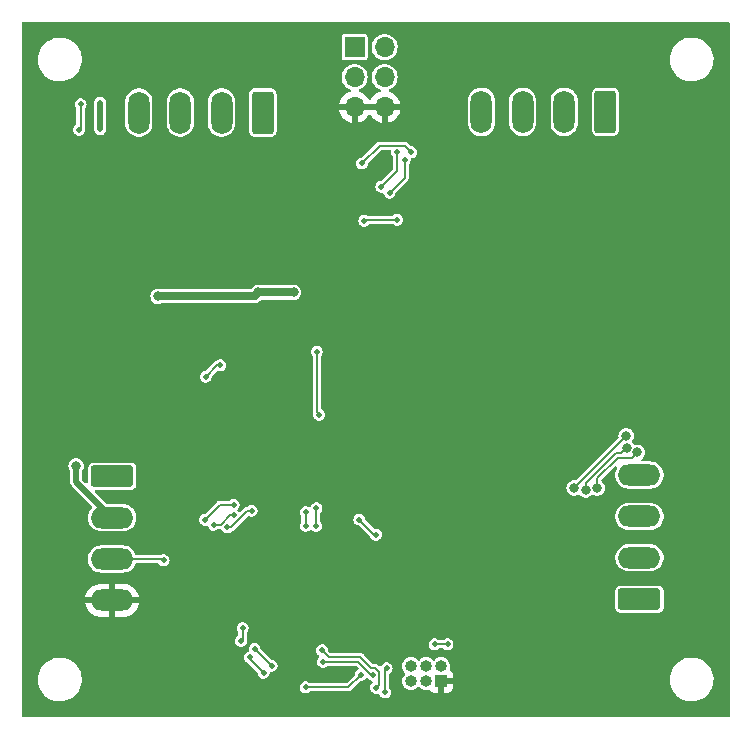
<source format=gbr>
%TF.GenerationSoftware,KiCad,Pcbnew,7.0.10*%
%TF.CreationDate,2024-01-30T15:52:27+01:00*%
%TF.ProjectId,BloX_ABC_MkII,426c6f58-5f41-4424-935f-4d6b49492e6b,rev?*%
%TF.SameCoordinates,Original*%
%TF.FileFunction,Copper,L2,Bot*%
%TF.FilePolarity,Positive*%
%FSLAX46Y46*%
G04 Gerber Fmt 4.6, Leading zero omitted, Abs format (unit mm)*
G04 Created by KiCad (PCBNEW 7.0.10) date 2024-01-30 15:52:27*
%MOMM*%
%LPD*%
G01*
G04 APERTURE LIST*
G04 Aperture macros list*
%AMRoundRect*
0 Rectangle with rounded corners*
0 $1 Rounding radius*
0 $2 $3 $4 $5 $6 $7 $8 $9 X,Y pos of 4 corners*
0 Add a 4 corners polygon primitive as box body*
4,1,4,$2,$3,$4,$5,$6,$7,$8,$9,$2,$3,0*
0 Add four circle primitives for the rounded corners*
1,1,$1+$1,$2,$3*
1,1,$1+$1,$4,$5*
1,1,$1+$1,$6,$7*
1,1,$1+$1,$8,$9*
0 Add four rect primitives between the rounded corners*
20,1,$1+$1,$2,$3,$4,$5,0*
20,1,$1+$1,$4,$5,$6,$7,0*
20,1,$1+$1,$6,$7,$8,$9,0*
20,1,$1+$1,$8,$9,$2,$3,0*%
G04 Aperture macros list end*
%TA.AperFunction,ComponentPad*%
%ADD10O,1.800000X3.600000*%
%TD*%
%TA.AperFunction,ComponentPad*%
%ADD11RoundRect,0.250000X0.650000X1.550000X-0.650000X1.550000X-0.650000X-1.550000X0.650000X-1.550000X0*%
%TD*%
%TA.AperFunction,ComponentPad*%
%ADD12O,1.700000X1.700000*%
%TD*%
%TA.AperFunction,ComponentPad*%
%ADD13R,1.700000X1.700000*%
%TD*%
%TA.AperFunction,ComponentPad*%
%ADD14O,3.600000X1.800000*%
%TD*%
%TA.AperFunction,ComponentPad*%
%ADD15RoundRect,0.250000X1.550000X-0.650000X1.550000X0.650000X-1.550000X0.650000X-1.550000X-0.650000X0*%
%TD*%
%TA.AperFunction,ComponentPad*%
%ADD16RoundRect,0.250000X-1.550000X0.650000X-1.550000X-0.650000X1.550000X-0.650000X1.550000X0.650000X0*%
%TD*%
%TA.AperFunction,ComponentPad*%
%ADD17O,1.000000X1.000000*%
%TD*%
%TA.AperFunction,ComponentPad*%
%ADD18R,1.000000X1.000000*%
%TD*%
%TA.AperFunction,ViaPad*%
%ADD19C,0.500000*%
%TD*%
%TA.AperFunction,ViaPad*%
%ADD20C,0.800000*%
%TD*%
%TA.AperFunction,Conductor*%
%ADD21C,0.200000*%
%TD*%
%TA.AperFunction,Conductor*%
%ADD22C,0.700000*%
%TD*%
%TA.AperFunction,Conductor*%
%ADD23C,0.500000*%
%TD*%
G04 APERTURE END LIST*
D10*
%TO.P,J103,4,Pin_4*%
%TO.N,/ring_left*%
X84695000Y-67500000D03*
%TO.P,J103,3,Pin_3*%
%TO.N,/ring_right*%
X88195000Y-67500000D03*
%TO.P,J103,2,Pin_2*%
%TO.N,/CS1/TRACK*%
X91695000Y-67500000D03*
D11*
%TO.P,J103,1,Pin_1*%
%TO.N,/CS2/TRACK*%
X95195000Y-67500000D03*
%TD*%
%TO.P,J802,1,Pin_1*%
%TO.N,VCC*%
X124195000Y-67432500D03*
D10*
%TO.P,J802,2,Pin_2*%
%TO.N,/signals/green_amp*%
X120695000Y-67432500D03*
%TO.P,J802,3,Pin_3*%
%TO.N,/signals/yellow_amp*%
X117195000Y-67432500D03*
%TO.P,J802,4,Pin_4*%
%TO.N,/signals/red_amp*%
X113695000Y-67432500D03*
%TD*%
D12*
%TO.P,J801,6,Pin_6*%
%TO.N,GND*%
X105500000Y-67040000D03*
%TO.P,J801,5,Pin_5*%
X102960000Y-67040000D03*
%TO.P,J801,4,Pin_4*%
%TO.N,+5VA*%
X105500000Y-64500000D03*
%TO.P,J801,3,Pin_3*%
X102960000Y-64500000D03*
%TO.P,J801,2,Pin_2*%
%TO.N,/CPU/main*%
X105500000Y-61960000D03*
D13*
%TO.P,J801,1,Pin_1*%
%TO.N,/CPU/dist*%
X102960000Y-61960000D03*
%TD*%
D14*
%TO.P,J102,4,Pin_4*%
%TO.N,/ring_right*%
X127067500Y-98195000D03*
%TO.P,J102,3,Pin_3*%
%TO.N,/ring_left*%
X127067500Y-101695000D03*
%TO.P,J102,2,Pin_2*%
%TO.N,/up+*%
X127067500Y-105195000D03*
D15*
%TO.P,J102,1,Pin_1*%
%TO.N,/up-*%
X127067500Y-108695000D03*
%TD*%
D16*
%TO.P,J101,1,Pin_1*%
%TO.N,/ring_left*%
X82432500Y-98305000D03*
D14*
%TO.P,J101,2,Pin_2*%
%TO.N,/ring_right*%
X82432500Y-101805000D03*
%TO.P,J101,3,Pin_3*%
%TO.N,/downline*%
X82432500Y-105305000D03*
%TO.P,J101,4,Pin_4*%
%TO.N,GND*%
X82432500Y-108805000D03*
%TD*%
D17*
%TO.P,U201,6*%
%TO.N,/CPU/MISO*%
X107735000Y-114375000D03*
%TO.P,U201,5*%
%TO.N,+5V*%
X107735000Y-115645000D03*
%TO.P,U201,4*%
%TO.N,/CPU/SCK*%
X109005000Y-114375000D03*
%TO.P,U201,3*%
%TO.N,/CPU/MOSI*%
X109005000Y-115645000D03*
%TO.P,U201,2*%
%TO.N,/CPU/reset*%
X110275000Y-114375000D03*
D18*
%TO.P,U201,1*%
%TO.N,GND*%
X110275000Y-115645000D03*
%TD*%
D19*
%TO.N,GND*%
X89408000Y-104267000D03*
X123825000Y-73406000D03*
X121539000Y-70485000D03*
X123952000Y-83947000D03*
X123825000Y-76581000D03*
X114681000Y-86360000D03*
X116459000Y-82042000D03*
X118491000Y-81788000D03*
X119761000Y-78613000D03*
X118745000Y-76835000D03*
X113411000Y-77724000D03*
X113538000Y-84201000D03*
X109474000Y-84201000D03*
X109220000Y-77851000D03*
X105791000Y-83947000D03*
X105537000Y-78359000D03*
X102489000Y-76327000D03*
X97028000Y-76708000D03*
X96901000Y-78359000D03*
X89154000Y-74803000D03*
X91948000Y-69977000D03*
X87122000Y-70485000D03*
X90424000Y-65024000D03*
X93472000Y-67437000D03*
X104013000Y-68707000D03*
X101346000Y-68580000D03*
X100457000Y-65786000D03*
X105791000Y-69215000D03*
X108712000Y-71501000D03*
X115189000Y-71247000D03*
X127762000Y-71247000D03*
X127635000Y-75184000D03*
X130556000Y-76835000D03*
X132842000Y-76962000D03*
X133350000Y-81026000D03*
X130429000Y-80518000D03*
X133477000Y-79756000D03*
X133604000Y-84582000D03*
X131445000Y-84582000D03*
X130175000Y-84582000D03*
X111887000Y-113665000D03*
X111887000Y-115316000D03*
X111887000Y-116332000D03*
X119507000Y-104013000D03*
X92329000Y-99568000D03*
X92075000Y-97155000D03*
X97536000Y-93853000D03*
X96012000Y-95885000D03*
X95377000Y-90932000D03*
X96393000Y-92329000D03*
X95758000Y-99314000D03*
X96647000Y-98425000D03*
X100965000Y-107442000D03*
X102743000Y-109220000D03*
X97282000Y-102743000D03*
X96774000Y-104648000D03*
X99187000Y-107188000D03*
X98044000Y-108204000D03*
X102108000Y-111379000D03*
X104648000Y-113538000D03*
X113157000Y-102616000D03*
X115570000Y-101981000D03*
X118237000Y-101981000D03*
X119126000Y-106045000D03*
X116967000Y-106172000D03*
X82804000Y-112141000D03*
X83312000Y-110998000D03*
X81534000Y-110871000D03*
X82423000Y-106934000D03*
X86233000Y-94234000D03*
X95885000Y-72898000D03*
X98679000Y-72898000D03*
X97282000Y-74041000D03*
X99695000Y-78994000D03*
X99822000Y-76835000D03*
X101600000Y-72898000D03*
X103886000Y-72771000D03*
%TO.N,VCC*%
X107738000Y-70866000D03*
X103574314Y-71812686D03*
%TO.N,/CPU/main*%
X99750000Y-87757000D03*
X99949000Y-93091000D03*
X99731750Y-101001753D03*
X99695000Y-102511692D03*
%TO.N,/CPU/dist*%
X98813909Y-101353909D03*
X98806000Y-102511692D03*
%TO.N,/CPU/main*%
X105918000Y-74295000D03*
X107188000Y-71501000D03*
%TO.N,/CPU/dist*%
X105226002Y-73787000D03*
X106553000Y-70866000D03*
%TO.N,/ABC/TTL*%
X95927566Y-114342566D03*
X94488000Y-112903000D03*
X90297000Y-101981000D03*
X92710000Y-100711000D03*
%TO.N,/CPU/S2*%
X93472000Y-111142956D03*
X93345000Y-112242956D03*
X92194091Y-102623909D03*
X94234000Y-101219000D03*
X103779934Y-76667058D03*
X106553000Y-76581000D03*
%TO.N,/CPU/S1*%
X91014690Y-102404795D03*
X92717909Y-101592091D03*
%TO.N,/CPU/upline*%
X94107000Y-113623000D03*
X95250000Y-114935000D03*
X98806000Y-116163000D03*
X103505000Y-115095000D03*
X110825000Y-112522000D03*
X109725000Y-112522000D03*
%TO.N,+5V*%
X103358692Y-101961692D03*
X104765696Y-103241696D03*
%TO.N,VCC*%
X90343202Y-89869798D03*
X91567000Y-88900000D03*
%TO.N,+5VA*%
X81407000Y-68900000D03*
X81407000Y-66675000D03*
%TO.N,+5V*%
X79756000Y-66800000D03*
X79629000Y-68961000D03*
%TO.N,/downline*%
X86783000Y-105410000D03*
%TO.N,/CPU/SCK*%
X105537000Y-116595000D03*
X105664000Y-114545000D03*
%TO.N,/CPU/MOSI*%
X104775000Y-116195000D03*
X100203000Y-113030000D03*
%TO.N,/CPU/MISO*%
X100293961Y-114006678D03*
X104479000Y-115095000D03*
D20*
%TO.N,/CPU/red*%
X123510962Y-99303516D03*
X126905678Y-96280813D03*
%TO.N,/CPU/yellow*%
X122522996Y-99458204D03*
X125994883Y-95867949D03*
%TO.N,/CPU/green*%
X121539000Y-99280000D03*
X125949000Y-94869000D03*
%TO.N,GND*%
X131572000Y-82296000D03*
X131572000Y-78613000D03*
X131572000Y-75057000D03*
%TO.N,VCC*%
X97790000Y-82733950D03*
%TO.N,/ring_right*%
X79375000Y-97409000D03*
%TO.N,GND*%
X89408000Y-100457000D03*
X89281000Y-96520000D03*
X87884000Y-90932000D03*
X87630000Y-92583000D03*
X89281000Y-92583000D03*
X87884000Y-96520000D03*
X88011000Y-98425000D03*
%TO.N,VCC*%
X86313500Y-83058000D03*
X94820950Y-82733950D03*
%TO.N,GND*%
X91520500Y-85852000D03*
X90504500Y-85852000D03*
X89488500Y-81407000D03*
X86059500Y-80391000D03*
X84027500Y-81280000D03*
X91520500Y-81407000D03*
X97362500Y-84328000D03*
X95965500Y-85471000D03*
X86440500Y-86360000D03*
X90504500Y-81407000D03*
X87710500Y-86614000D03*
X89488500Y-85852000D03*
X90541000Y-104226000D03*
X95367000Y-104861000D03*
X92446000Y-106258000D03*
%TD*%
D21*
%TO.N,/CPU/upline*%
X94107000Y-113792000D02*
X94107000Y-113623000D01*
X95250000Y-114935000D02*
X94107000Y-113792000D01*
%TO.N,/CPU/main*%
X99750000Y-92892000D02*
X99949000Y-93091000D01*
X99750000Y-87757000D02*
X99750000Y-92892000D01*
%TO.N,VCC*%
X107188000Y-70316000D02*
X107738000Y-70866000D01*
X103574314Y-71812686D02*
X105071000Y-70316000D01*
X105071000Y-70316000D02*
X107188000Y-70316000D01*
%TO.N,/CPU/S2*%
X103865992Y-76581000D02*
X106553000Y-76581000D01*
X103779934Y-76667058D02*
X103865992Y-76581000D01*
D22*
%TO.N,VCC*%
X97790000Y-82733950D02*
X94820950Y-82733950D01*
D21*
%TO.N,/CPU/main*%
X99695000Y-101038503D02*
X99731750Y-101001753D01*
X99695000Y-102511692D02*
X99695000Y-101038503D01*
%TO.N,/CPU/dist*%
X98806000Y-101361818D02*
X98813909Y-101353909D01*
X98806000Y-102511692D02*
X98806000Y-101361818D01*
%TO.N,/CPU/main*%
X107188000Y-73025000D02*
X105918000Y-74295000D01*
X107188000Y-71501000D02*
X107188000Y-73025000D01*
%TO.N,/CPU/dist*%
X106553000Y-72460002D02*
X105226002Y-73787000D01*
X106553000Y-70866000D02*
X106553000Y-72460002D01*
%TO.N,/ABC/TTL*%
X94488000Y-112903000D02*
X95927566Y-114342566D01*
X91567000Y-100711000D02*
X90297000Y-101981000D01*
X92710000Y-100711000D02*
X91567000Y-100711000D01*
%TO.N,/CPU/S1*%
X92448091Y-101592091D02*
X92717909Y-101592091D01*
X91635387Y-102404795D02*
X92448091Y-101592091D01*
X91014690Y-102404795D02*
X91635387Y-102404795D01*
%TO.N,/CPU/S2*%
X93868818Y-101219000D02*
X94234000Y-101219000D01*
X92463909Y-102623909D02*
X93868818Y-101219000D01*
X92194091Y-102623909D02*
X92463909Y-102623909D01*
X93472000Y-111142956D02*
X93472000Y-112115956D01*
X93472000Y-112115956D02*
X93345000Y-112242956D01*
%TO.N,/CPU/upline*%
X102437000Y-116163000D02*
X98806000Y-116163000D01*
X103505000Y-115095000D02*
X102437000Y-116163000D01*
%TO.N,/CPU/MOSI*%
X100779678Y-113606678D02*
X100203000Y-113030000D01*
X103446677Y-113606678D02*
X100779678Y-113606678D01*
X105029000Y-114867182D02*
X104706818Y-114545000D01*
X104706818Y-114545000D02*
X104385000Y-114545000D01*
X105029000Y-115941000D02*
X105029000Y-114867182D01*
X104385000Y-114545000D02*
X103446677Y-113606678D01*
X104775000Y-116195000D02*
X105029000Y-115941000D01*
%TO.N,/CPU/MISO*%
X103280992Y-114006678D02*
X100293961Y-114006678D01*
X104479000Y-115095000D02*
X104369314Y-115095000D01*
X104369314Y-115095000D02*
X103280992Y-114006678D01*
%TO.N,/CPU/SCK*%
X105537000Y-114672000D02*
X105664000Y-114545000D01*
X105537000Y-116595000D02*
X105537000Y-114672000D01*
%TO.N,/CPU/upline*%
X110825000Y-112522000D02*
X109725000Y-112522000D01*
%TO.N,+5V*%
X104765696Y-103241696D02*
X104638696Y-103241696D01*
X104638696Y-103241696D02*
X103358692Y-101961692D01*
%TO.N,VCC*%
X91313000Y-88900000D02*
X90343202Y-89869798D01*
X91567000Y-88900000D02*
X91313000Y-88900000D01*
D23*
%TO.N,+5VA*%
X81407000Y-66675000D02*
X81407000Y-68900000D01*
D21*
%TO.N,+5V*%
X79756000Y-68834000D02*
X79756000Y-66800000D01*
X79629000Y-68961000D02*
X79756000Y-68834000D01*
%TO.N,/downline*%
X86678000Y-105305000D02*
X86783000Y-105410000D01*
X82432500Y-105305000D02*
X86678000Y-105305000D01*
%TO.N,/CPU/red*%
X123510962Y-98439410D02*
X123510962Y-99303516D01*
X123510962Y-98439410D02*
X125236372Y-96714000D01*
X126472491Y-96714000D02*
X125236372Y-96714000D01*
X126905678Y-96280813D02*
X126472491Y-96714000D01*
%TO.N,/CPU/yellow*%
X122522996Y-98861690D02*
X122522996Y-99458204D01*
X125070686Y-96314000D02*
X122522996Y-98861690D01*
X125548832Y-96314000D02*
X125070686Y-96314000D01*
X125994883Y-95867949D02*
X125548832Y-96314000D01*
%TO.N,/CPU/green*%
X125949000Y-94869000D02*
X125949000Y-94870000D01*
X125949000Y-94870000D02*
X121539000Y-99280000D01*
D23*
%TO.N,/ring_right*%
X79375000Y-98747500D02*
X82432500Y-101805000D01*
X79375000Y-97409000D02*
X79375000Y-98747500D01*
D22*
%TO.N,VCC*%
X86313500Y-83058000D02*
X94496900Y-83058000D01*
X94496900Y-83058000D02*
X94820950Y-82733950D01*
%TD*%
%TA.AperFunction,Conductor*%
%TO.N,GND*%
G36*
X105040507Y-66830156D02*
G01*
X105000000Y-66968111D01*
X105000000Y-67111889D01*
X105040507Y-67249844D01*
X105066314Y-67290000D01*
X103393686Y-67290000D01*
X103419493Y-67249844D01*
X103460000Y-67111889D01*
X103460000Y-66968111D01*
X103419493Y-66830156D01*
X103393686Y-66790000D01*
X105066314Y-66790000D01*
X105040507Y-66830156D01*
G37*
%TD.AperFunction*%
%TA.AperFunction,Conductor*%
G36*
X134642539Y-59820185D02*
G01*
X134688294Y-59872989D01*
X134699500Y-59924500D01*
X134699500Y-118575500D01*
X134679815Y-118642539D01*
X134627011Y-118688294D01*
X134575500Y-118699500D01*
X74924500Y-118699500D01*
X74857461Y-118679815D01*
X74811706Y-118627011D01*
X74800500Y-118575500D01*
X74800500Y-115567763D01*
X76145787Y-115567763D01*
X76175413Y-115837013D01*
X76175415Y-115837024D01*
X76243926Y-116099082D01*
X76243928Y-116099088D01*
X76349870Y-116348390D01*
X76453408Y-116518043D01*
X76490979Y-116579605D01*
X76490986Y-116579615D01*
X76664253Y-116787819D01*
X76664259Y-116787824D01*
X76754158Y-116868373D01*
X76865998Y-116968582D01*
X77091910Y-117118044D01*
X77337176Y-117233020D01*
X77337183Y-117233022D01*
X77337185Y-117233023D01*
X77596557Y-117311057D01*
X77596564Y-117311058D01*
X77596569Y-117311060D01*
X77864561Y-117350500D01*
X77864566Y-117350500D01*
X78067629Y-117350500D01*
X78067631Y-117350500D01*
X78067636Y-117350499D01*
X78067648Y-117350499D01*
X78105191Y-117347750D01*
X78270156Y-117335677D01*
X78382758Y-117310593D01*
X78534546Y-117276782D01*
X78534548Y-117276781D01*
X78534553Y-117276780D01*
X78787558Y-117180014D01*
X79023777Y-117047441D01*
X79238177Y-116881888D01*
X79426186Y-116686881D01*
X79583799Y-116466579D01*
X79693927Y-116252379D01*
X79707649Y-116225690D01*
X79707651Y-116225684D01*
X79707656Y-116225675D01*
X79729038Y-116163000D01*
X98300353Y-116163000D01*
X98320834Y-116305456D01*
X98369163Y-116411279D01*
X98380623Y-116436373D01*
X98474872Y-116545143D01*
X98595947Y-116622953D01*
X98595950Y-116622954D01*
X98595949Y-116622954D01*
X98734036Y-116663499D01*
X98734038Y-116663500D01*
X98734039Y-116663500D01*
X98877962Y-116663500D01*
X98877962Y-116663499D01*
X99016053Y-116622953D01*
X99137128Y-116545143D01*
X99137136Y-116545133D01*
X99138688Y-116543790D01*
X99140572Y-116542929D01*
X99144589Y-116540348D01*
X99144960Y-116540925D01*
X99202243Y-116514763D01*
X99219895Y-116513500D01*
X102387789Y-116513500D01*
X102413234Y-116516138D01*
X102422315Y-116518043D01*
X102448627Y-116514763D01*
X102451123Y-116514452D01*
X102464764Y-116513605D01*
X102466026Y-116513500D01*
X102466040Y-116513500D01*
X102474071Y-116512159D01*
X102485014Y-116510334D01*
X102490063Y-116509597D01*
X102538393Y-116503573D01*
X102538399Y-116503569D01*
X102545456Y-116501468D01*
X102552377Y-116499092D01*
X102552381Y-116499092D01*
X102595216Y-116475909D01*
X102599729Y-116473586D01*
X102643484Y-116452198D01*
X102643486Y-116452195D01*
X102649461Y-116447929D01*
X102655256Y-116443419D01*
X102655255Y-116443419D01*
X102655258Y-116443418D01*
X102688254Y-116407572D01*
X102691756Y-116403924D01*
X103463863Y-115631819D01*
X103525186Y-115598334D01*
X103551544Y-115595500D01*
X103576962Y-115595500D01*
X103576962Y-115595499D01*
X103715053Y-115554953D01*
X103836128Y-115477143D01*
X103898287Y-115405406D01*
X103957064Y-115367632D01*
X104026934Y-115367632D01*
X104085712Y-115405406D01*
X104085713Y-115405407D01*
X104147698Y-115476943D01*
X104147872Y-115477143D01*
X104268947Y-115554953D01*
X104268950Y-115554954D01*
X104268949Y-115554954D01*
X104404013Y-115594612D01*
X104462792Y-115632386D01*
X104491817Y-115695941D01*
X104481874Y-115765100D01*
X104450287Y-115807297D01*
X104443877Y-115812851D01*
X104349623Y-115921626D01*
X104349622Y-115921628D01*
X104289834Y-116052543D01*
X104269353Y-116195000D01*
X104289834Y-116337456D01*
X104348802Y-116466575D01*
X104349623Y-116468373D01*
X104443872Y-116577143D01*
X104564947Y-116654953D01*
X104564950Y-116654954D01*
X104564949Y-116654954D01*
X104703036Y-116695499D01*
X104703038Y-116695500D01*
X104703039Y-116695500D01*
X104846961Y-116695500D01*
X104907621Y-116677689D01*
X104977491Y-116677689D01*
X105036269Y-116715463D01*
X105055350Y-116745154D01*
X105111623Y-116868373D01*
X105205872Y-116977143D01*
X105326947Y-117054953D01*
X105326950Y-117054954D01*
X105326949Y-117054954D01*
X105465036Y-117095499D01*
X105465038Y-117095500D01*
X105465039Y-117095500D01*
X105608962Y-117095500D01*
X105608962Y-117095499D01*
X105747053Y-117054953D01*
X105868128Y-116977143D01*
X105962377Y-116868373D01*
X106022165Y-116737457D01*
X106042647Y-116595000D01*
X106022165Y-116452543D01*
X105962377Y-116321627D01*
X105962374Y-116321623D01*
X105917786Y-116270164D01*
X105888762Y-116206608D01*
X105887500Y-116188963D01*
X105887500Y-115645002D01*
X106979751Y-115645002D01*
X106998685Y-115813056D01*
X107054545Y-115972694D01*
X107054547Y-115972697D01*
X107144518Y-116115884D01*
X107144523Y-116115890D01*
X107264109Y-116235476D01*
X107264115Y-116235481D01*
X107407302Y-116325452D01*
X107407305Y-116325454D01*
X107407309Y-116325455D01*
X107407310Y-116325456D01*
X107441607Y-116337457D01*
X107566943Y-116381314D01*
X107734997Y-116400249D01*
X107735000Y-116400249D01*
X107735003Y-116400249D01*
X107903056Y-116381314D01*
X107903059Y-116381313D01*
X108062690Y-116325456D01*
X108062692Y-116325454D01*
X108062694Y-116325454D01*
X108062697Y-116325452D01*
X108205884Y-116235481D01*
X108205885Y-116235480D01*
X108205890Y-116235477D01*
X108282319Y-116159048D01*
X108343642Y-116125563D01*
X108413334Y-116130547D01*
X108457681Y-116159048D01*
X108534109Y-116235476D01*
X108534115Y-116235481D01*
X108677302Y-116325452D01*
X108677305Y-116325454D01*
X108677309Y-116325455D01*
X108677310Y-116325456D01*
X108711607Y-116337457D01*
X108836943Y-116381314D01*
X109004997Y-116400249D01*
X109005000Y-116400249D01*
X109005003Y-116400249D01*
X109173052Y-116381314D01*
X109173052Y-116381313D01*
X109173059Y-116381313D01*
X109209537Y-116368548D01*
X109279311Y-116364986D01*
X109339939Y-116399714D01*
X109349755Y-116411279D01*
X109417809Y-116502187D01*
X109417812Y-116502190D01*
X109532906Y-116588350D01*
X109532913Y-116588354D01*
X109667620Y-116638596D01*
X109667627Y-116638598D01*
X109727155Y-116644999D01*
X109727172Y-116645000D01*
X110025000Y-116645000D01*
X110025000Y-115893938D01*
X110106115Y-115957072D01*
X110216595Y-115995000D01*
X110304005Y-115995000D01*
X110390216Y-115980614D01*
X110492947Y-115925019D01*
X110520581Y-115895000D01*
X110525000Y-115895000D01*
X110525000Y-116645000D01*
X110822828Y-116645000D01*
X110822844Y-116644999D01*
X110882372Y-116638598D01*
X110882379Y-116638596D01*
X111017086Y-116588354D01*
X111017093Y-116588350D01*
X111132187Y-116502190D01*
X111132190Y-116502187D01*
X111218350Y-116387093D01*
X111218354Y-116387086D01*
X111268596Y-116252379D01*
X111268598Y-116252372D01*
X111274999Y-116192844D01*
X111275000Y-116192827D01*
X111275000Y-115895000D01*
X110525000Y-115895000D01*
X110520581Y-115895000D01*
X110572060Y-115839079D01*
X110618982Y-115732108D01*
X110628628Y-115615698D01*
X110616489Y-115567763D01*
X129645787Y-115567763D01*
X129675413Y-115837013D01*
X129675415Y-115837024D01*
X129743926Y-116099082D01*
X129743928Y-116099088D01*
X129849870Y-116348390D01*
X129953408Y-116518043D01*
X129990979Y-116579605D01*
X129990986Y-116579615D01*
X130164253Y-116787819D01*
X130164259Y-116787824D01*
X130254158Y-116868373D01*
X130365998Y-116968582D01*
X130591910Y-117118044D01*
X130837176Y-117233020D01*
X130837183Y-117233022D01*
X130837185Y-117233023D01*
X131096557Y-117311057D01*
X131096564Y-117311058D01*
X131096569Y-117311060D01*
X131364561Y-117350500D01*
X131364566Y-117350500D01*
X131567629Y-117350500D01*
X131567631Y-117350500D01*
X131567636Y-117350499D01*
X131567648Y-117350499D01*
X131605191Y-117347750D01*
X131770156Y-117335677D01*
X131882758Y-117310593D01*
X132034546Y-117276782D01*
X132034548Y-117276781D01*
X132034553Y-117276780D01*
X132287558Y-117180014D01*
X132523777Y-117047441D01*
X132738177Y-116881888D01*
X132926186Y-116686881D01*
X133083799Y-116466579D01*
X133193927Y-116252379D01*
X133207649Y-116225690D01*
X133207651Y-116225684D01*
X133207656Y-116225675D01*
X133295118Y-115969305D01*
X133344319Y-115702933D01*
X133354212Y-115432235D01*
X133324586Y-115162982D01*
X133256072Y-114900912D01*
X133150130Y-114651610D01*
X133009018Y-114420390D01*
X132971246Y-114375002D01*
X132835746Y-114212180D01*
X132835740Y-114212175D01*
X132634002Y-114031418D01*
X132408092Y-113881957D01*
X132408090Y-113881956D01*
X132162824Y-113766980D01*
X132162819Y-113766978D01*
X132162814Y-113766976D01*
X131903442Y-113688942D01*
X131903428Y-113688939D01*
X131787791Y-113671921D01*
X131635439Y-113649500D01*
X131432369Y-113649500D01*
X131432351Y-113649500D01*
X131229844Y-113664323D01*
X131229831Y-113664325D01*
X130965453Y-113723217D01*
X130965446Y-113723220D01*
X130712439Y-113819987D01*
X130476226Y-113952557D01*
X130476224Y-113952558D01*
X130476223Y-113952559D01*
X130413893Y-114000688D01*
X130261822Y-114118112D01*
X130073822Y-114313109D01*
X130073816Y-114313116D01*
X129916202Y-114533419D01*
X129916199Y-114533424D01*
X129792350Y-114774309D01*
X129792343Y-114774327D01*
X129704884Y-115030685D01*
X129704881Y-115030699D01*
X129685464Y-115135821D01*
X129666692Y-115237457D01*
X129655681Y-115297068D01*
X129655680Y-115297075D01*
X129645787Y-115567763D01*
X110616489Y-115567763D01*
X110599953Y-115502462D01*
X110536064Y-115404673D01*
X110523636Y-115395000D01*
X111275000Y-115395000D01*
X111275000Y-115097172D01*
X111274999Y-115097155D01*
X111268598Y-115037627D01*
X111268596Y-115037620D01*
X111218354Y-114902913D01*
X111218350Y-114902906D01*
X111132190Y-114787812D01*
X111132187Y-114787809D01*
X111041279Y-114719755D01*
X110999408Y-114663822D01*
X110994424Y-114594130D01*
X110998542Y-114579555D01*
X111011313Y-114543059D01*
X111011314Y-114543052D01*
X111030249Y-114375002D01*
X111030249Y-114374997D01*
X111011314Y-114206943D01*
X110967928Y-114082953D01*
X110955456Y-114047310D01*
X110955455Y-114047309D01*
X110955454Y-114047305D01*
X110955452Y-114047302D01*
X110865481Y-113904115D01*
X110865476Y-113904109D01*
X110745890Y-113784523D01*
X110745884Y-113784518D01*
X110602697Y-113694547D01*
X110602694Y-113694545D01*
X110443056Y-113638685D01*
X110275003Y-113619751D01*
X110274997Y-113619751D01*
X110106943Y-113638685D01*
X109947305Y-113694545D01*
X109947302Y-113694547D01*
X109804115Y-113784518D01*
X109804109Y-113784523D01*
X109727681Y-113860952D01*
X109666358Y-113894437D01*
X109596666Y-113889453D01*
X109552319Y-113860952D01*
X109475890Y-113784523D01*
X109475884Y-113784518D01*
X109332697Y-113694547D01*
X109332694Y-113694545D01*
X109173056Y-113638685D01*
X109005003Y-113619751D01*
X109004997Y-113619751D01*
X108836943Y-113638685D01*
X108677305Y-113694545D01*
X108677302Y-113694547D01*
X108534115Y-113784518D01*
X108534109Y-113784523D01*
X108457681Y-113860952D01*
X108396358Y-113894437D01*
X108326666Y-113889453D01*
X108282319Y-113860952D01*
X108205890Y-113784523D01*
X108205884Y-113784518D01*
X108062697Y-113694547D01*
X108062694Y-113694545D01*
X107903056Y-113638685D01*
X107735003Y-113619751D01*
X107734997Y-113619751D01*
X107566943Y-113638685D01*
X107407305Y-113694545D01*
X107407302Y-113694547D01*
X107264115Y-113784518D01*
X107264109Y-113784523D01*
X107144523Y-113904109D01*
X107144518Y-113904115D01*
X107054547Y-114047302D01*
X107054545Y-114047305D01*
X106998685Y-114206943D01*
X106979751Y-114374997D01*
X106979751Y-114375002D01*
X106998685Y-114543056D01*
X107054545Y-114702694D01*
X107054547Y-114702697D01*
X107144518Y-114845884D01*
X107144523Y-114845890D01*
X107220952Y-114922319D01*
X107254437Y-114983642D01*
X107249453Y-115053334D01*
X107220952Y-115097681D01*
X107144523Y-115174109D01*
X107144518Y-115174115D01*
X107054547Y-115317302D01*
X107054545Y-115317305D01*
X106998685Y-115476943D01*
X106979751Y-115644997D01*
X106979751Y-115645002D01*
X105887500Y-115645002D01*
X105887500Y-115064020D01*
X105907185Y-114996981D01*
X105944459Y-114959705D01*
X105995128Y-114927143D01*
X106089377Y-114818373D01*
X106149165Y-114687457D01*
X106169647Y-114545000D01*
X106149165Y-114402543D01*
X106089377Y-114271627D01*
X105995128Y-114162857D01*
X105874053Y-114085047D01*
X105874051Y-114085046D01*
X105874049Y-114085045D01*
X105874050Y-114085045D01*
X105735963Y-114044500D01*
X105735961Y-114044500D01*
X105592039Y-114044500D01*
X105592036Y-114044500D01*
X105453949Y-114085045D01*
X105332873Y-114162856D01*
X105238623Y-114271626D01*
X105238622Y-114271628D01*
X105215783Y-114321639D01*
X105170028Y-114374443D01*
X105102989Y-114394127D01*
X105035949Y-114374442D01*
X105015308Y-114357808D01*
X104989455Y-114331955D01*
X104973329Y-114312098D01*
X104968255Y-114304331D01*
X104945342Y-114286497D01*
X104935066Y-114277422D01*
X104934127Y-114276627D01*
X104934125Y-114276625D01*
X104918469Y-114265447D01*
X104914362Y-114262385D01*
X104908656Y-114257943D01*
X104875944Y-114232483D01*
X104875942Y-114232482D01*
X104869458Y-114228973D01*
X104862885Y-114225759D01*
X104816227Y-114211868D01*
X104811350Y-114210306D01*
X104765302Y-114194498D01*
X104758105Y-114193297D01*
X104750769Y-114192382D01*
X104702150Y-114194394D01*
X104697025Y-114194500D01*
X104581544Y-114194500D01*
X104514505Y-114174815D01*
X104493863Y-114158181D01*
X103729316Y-113393636D01*
X103713190Y-113373779D01*
X103708114Y-113366009D01*
X103687068Y-113349628D01*
X103685203Y-113348176D01*
X103674948Y-113339119D01*
X103673982Y-113338301D01*
X103658320Y-113327119D01*
X103654222Y-113324064D01*
X103627636Y-113303371D01*
X103615801Y-113294159D01*
X103609332Y-113290658D01*
X103602744Y-113287437D01*
X103556086Y-113273546D01*
X103551209Y-113271984D01*
X103505161Y-113256176D01*
X103497964Y-113254975D01*
X103490628Y-113254060D01*
X103442009Y-113256072D01*
X103436884Y-113256178D01*
X100976222Y-113256178D01*
X100909183Y-113236493D01*
X100888541Y-113219859D01*
X100739503Y-113070821D01*
X100706018Y-113009498D01*
X100704449Y-113000805D01*
X100688165Y-112887543D01*
X100628377Y-112756627D01*
X100534128Y-112647857D01*
X100413053Y-112570047D01*
X100413051Y-112570046D01*
X100413049Y-112570045D01*
X100413050Y-112570045D01*
X100274963Y-112529500D01*
X100274961Y-112529500D01*
X100131039Y-112529500D01*
X100131036Y-112529500D01*
X99992949Y-112570045D01*
X99871873Y-112647856D01*
X99777623Y-112756626D01*
X99777622Y-112756628D01*
X99717834Y-112887543D01*
X99697353Y-113030000D01*
X99717834Y-113172456D01*
X99763288Y-113271984D01*
X99777623Y-113303373D01*
X99871872Y-113412143D01*
X99871874Y-113412144D01*
X99871873Y-113412144D01*
X99928122Y-113448293D01*
X99973876Y-113501097D01*
X99983820Y-113570255D01*
X99954795Y-113633810D01*
X99868586Y-113733300D01*
X99868583Y-113733306D01*
X99808795Y-113864221D01*
X99788314Y-114006678D01*
X99808795Y-114149134D01*
X99864736Y-114271626D01*
X99868584Y-114280051D01*
X99962833Y-114388821D01*
X100083908Y-114466631D01*
X100083911Y-114466632D01*
X100083910Y-114466632D01*
X100146546Y-114485023D01*
X100219357Y-114506402D01*
X100221997Y-114507177D01*
X100221999Y-114507178D01*
X100222000Y-114507178D01*
X100365923Y-114507178D01*
X100365923Y-114507177D01*
X100504014Y-114466631D01*
X100625089Y-114388821D01*
X100625097Y-114388811D01*
X100626649Y-114387468D01*
X100628533Y-114386607D01*
X100632550Y-114384026D01*
X100632921Y-114384603D01*
X100690204Y-114358441D01*
X100707856Y-114357178D01*
X103084448Y-114357178D01*
X103151487Y-114376863D01*
X103172129Y-114393497D01*
X103258421Y-114479789D01*
X103291906Y-114541112D01*
X103286922Y-114610804D01*
X103245050Y-114666737D01*
X103237780Y-114671785D01*
X103173874Y-114712855D01*
X103079623Y-114821626D01*
X103079622Y-114821628D01*
X103019834Y-114952543D01*
X103003552Y-115065788D01*
X102974526Y-115129343D01*
X102968495Y-115135821D01*
X102328137Y-115776181D01*
X102266814Y-115809666D01*
X102240456Y-115812500D01*
X99219895Y-115812500D01*
X99152856Y-115792815D01*
X99138688Y-115782210D01*
X99137132Y-115780862D01*
X99137128Y-115780857D01*
X99016053Y-115703047D01*
X99016051Y-115703046D01*
X99016049Y-115703045D01*
X99016050Y-115703045D01*
X98877963Y-115662500D01*
X98877961Y-115662500D01*
X98734039Y-115662500D01*
X98734036Y-115662500D01*
X98595949Y-115703045D01*
X98474873Y-115780856D01*
X98380623Y-115889626D01*
X98380622Y-115889628D01*
X98320834Y-116020543D01*
X98300353Y-116163000D01*
X79729038Y-116163000D01*
X79795118Y-115969305D01*
X79844319Y-115702933D01*
X79854212Y-115432235D01*
X79824586Y-115162982D01*
X79756072Y-114900912D01*
X79650130Y-114651610D01*
X79509018Y-114420390D01*
X79471246Y-114375002D01*
X79335746Y-114212180D01*
X79335740Y-114212175D01*
X79134002Y-114031418D01*
X78908092Y-113881957D01*
X78908090Y-113881956D01*
X78662824Y-113766980D01*
X78662819Y-113766978D01*
X78662814Y-113766976D01*
X78403442Y-113688942D01*
X78403428Y-113688939D01*
X78287791Y-113671921D01*
X78135439Y-113649500D01*
X77932369Y-113649500D01*
X77932351Y-113649500D01*
X77729844Y-113664323D01*
X77729831Y-113664325D01*
X77465453Y-113723217D01*
X77465446Y-113723220D01*
X77212439Y-113819987D01*
X76976226Y-113952557D01*
X76976224Y-113952558D01*
X76976223Y-113952559D01*
X76913893Y-114000688D01*
X76761822Y-114118112D01*
X76573822Y-114313109D01*
X76573816Y-114313116D01*
X76416202Y-114533419D01*
X76416199Y-114533424D01*
X76292350Y-114774309D01*
X76292343Y-114774327D01*
X76204884Y-115030685D01*
X76204881Y-115030699D01*
X76185464Y-115135821D01*
X76166692Y-115237457D01*
X76155681Y-115297068D01*
X76155680Y-115297075D01*
X76145787Y-115567763D01*
X74800500Y-115567763D01*
X74800500Y-113623000D01*
X93601353Y-113623000D01*
X93621834Y-113765456D01*
X93675039Y-113881956D01*
X93681623Y-113896373D01*
X93775872Y-114005143D01*
X93896947Y-114082953D01*
X93896949Y-114082953D01*
X93900630Y-114085319D01*
X93921272Y-114101954D01*
X94713495Y-114894177D01*
X94746980Y-114955500D01*
X94748552Y-114964210D01*
X94764834Y-115077456D01*
X94791489Y-115135821D01*
X94824623Y-115208373D01*
X94918872Y-115317143D01*
X95039947Y-115394953D01*
X95039950Y-115394954D01*
X95039949Y-115394954D01*
X95147107Y-115426417D01*
X95166919Y-115432235D01*
X95178036Y-115435499D01*
X95178038Y-115435500D01*
X95178039Y-115435500D01*
X95321962Y-115435500D01*
X95321962Y-115435499D01*
X95460053Y-115394953D01*
X95581128Y-115317143D01*
X95675377Y-115208373D01*
X95735165Y-115077457D01*
X95753574Y-114949419D01*
X95782599Y-114885863D01*
X95841377Y-114848089D01*
X95876312Y-114843066D01*
X95999528Y-114843066D01*
X95999528Y-114843065D01*
X96137619Y-114802519D01*
X96258694Y-114724709D01*
X96352943Y-114615939D01*
X96412731Y-114485023D01*
X96433213Y-114342566D01*
X96412731Y-114200109D01*
X96352943Y-114069193D01*
X96258694Y-113960423D01*
X96137619Y-113882613D01*
X96137617Y-113882612D01*
X96137615Y-113882611D01*
X96137616Y-113882611D01*
X95999529Y-113842066D01*
X95999527Y-113842066D01*
X95974109Y-113842066D01*
X95907070Y-113822381D01*
X95886428Y-113805747D01*
X95024503Y-112943821D01*
X94991018Y-112882498D01*
X94989449Y-112873805D01*
X94973165Y-112760543D01*
X94913377Y-112629627D01*
X94820118Y-112522000D01*
X109219353Y-112522000D01*
X109239834Y-112664456D01*
X109283716Y-112760543D01*
X109299623Y-112795373D01*
X109393872Y-112904143D01*
X109514947Y-112981953D01*
X109514950Y-112981954D01*
X109514949Y-112981954D01*
X109608758Y-113009498D01*
X109651673Y-113022099D01*
X109653036Y-113022499D01*
X109653038Y-113022500D01*
X109653039Y-113022500D01*
X109796962Y-113022500D01*
X109796962Y-113022499D01*
X109935053Y-112981953D01*
X110056128Y-112904143D01*
X110056136Y-112904133D01*
X110057688Y-112902790D01*
X110059572Y-112901929D01*
X110063589Y-112899348D01*
X110063960Y-112899925D01*
X110121243Y-112873763D01*
X110138895Y-112872500D01*
X110411105Y-112872500D01*
X110478144Y-112892185D01*
X110492312Y-112902790D01*
X110493866Y-112904137D01*
X110493872Y-112904143D01*
X110614947Y-112981953D01*
X110614950Y-112981954D01*
X110614949Y-112981954D01*
X110708758Y-113009498D01*
X110751673Y-113022099D01*
X110753036Y-113022499D01*
X110753038Y-113022500D01*
X110753039Y-113022500D01*
X110896962Y-113022500D01*
X110896962Y-113022499D01*
X111035053Y-112981953D01*
X111156128Y-112904143D01*
X111250377Y-112795373D01*
X111310165Y-112664457D01*
X111330647Y-112522000D01*
X111310165Y-112379543D01*
X111250377Y-112248627D01*
X111156128Y-112139857D01*
X111035053Y-112062047D01*
X111035051Y-112062046D01*
X111035049Y-112062045D01*
X111035050Y-112062045D01*
X110896963Y-112021500D01*
X110896961Y-112021500D01*
X110753039Y-112021500D01*
X110753036Y-112021500D01*
X110614949Y-112062045D01*
X110493876Y-112139854D01*
X110493874Y-112139855D01*
X110493872Y-112139857D01*
X110493870Y-112139858D01*
X110492312Y-112141210D01*
X110490427Y-112142070D01*
X110486411Y-112144652D01*
X110486039Y-112144074D01*
X110428757Y-112170237D01*
X110411105Y-112171500D01*
X110138895Y-112171500D01*
X110071856Y-112151815D01*
X110057688Y-112141210D01*
X110056132Y-112139862D01*
X110056128Y-112139857D01*
X109935053Y-112062047D01*
X109935051Y-112062046D01*
X109935049Y-112062045D01*
X109935050Y-112062045D01*
X109796963Y-112021500D01*
X109796961Y-112021500D01*
X109653039Y-112021500D01*
X109653036Y-112021500D01*
X109514949Y-112062045D01*
X109393873Y-112139856D01*
X109393872Y-112139856D01*
X109393872Y-112139857D01*
X109390218Y-112144074D01*
X109299623Y-112248626D01*
X109299622Y-112248628D01*
X109239834Y-112379543D01*
X109219353Y-112522000D01*
X94820118Y-112522000D01*
X94819128Y-112520857D01*
X94698053Y-112443047D01*
X94698051Y-112443046D01*
X94698049Y-112443045D01*
X94698050Y-112443045D01*
X94559963Y-112402500D01*
X94559961Y-112402500D01*
X94416039Y-112402500D01*
X94416036Y-112402500D01*
X94277949Y-112443045D01*
X94156873Y-112520856D01*
X94062623Y-112629626D01*
X94062622Y-112629628D01*
X94002834Y-112760543D01*
X93982353Y-112903000D01*
X93999476Y-113022099D01*
X93989532Y-113091257D01*
X93943777Y-113144061D01*
X93911676Y-113158721D01*
X93896949Y-113163045D01*
X93775873Y-113240856D01*
X93681623Y-113349626D01*
X93681622Y-113349628D01*
X93621834Y-113480543D01*
X93601353Y-113623000D01*
X74800500Y-113623000D01*
X74800500Y-112242956D01*
X92839353Y-112242956D01*
X92859834Y-112385412D01*
X92867638Y-112402500D01*
X92919623Y-112516329D01*
X93013872Y-112625099D01*
X93134947Y-112702909D01*
X93134950Y-112702910D01*
X93134949Y-112702910D01*
X93273036Y-112743455D01*
X93273038Y-112743456D01*
X93273039Y-112743456D01*
X93416962Y-112743456D01*
X93416962Y-112743455D01*
X93555053Y-112702909D01*
X93676128Y-112625099D01*
X93770377Y-112516329D01*
X93830165Y-112385413D01*
X93850647Y-112242956D01*
X93830165Y-112100499D01*
X93827666Y-112091988D01*
X93830004Y-112091301D01*
X93822500Y-112056739D01*
X93822500Y-111548991D01*
X93842185Y-111481952D01*
X93852782Y-111467793D01*
X93897377Y-111416329D01*
X93957165Y-111285413D01*
X93977647Y-111142956D01*
X93957165Y-111000499D01*
X93897377Y-110869583D01*
X93803128Y-110760813D01*
X93682053Y-110683003D01*
X93682051Y-110683002D01*
X93682049Y-110683001D01*
X93682050Y-110683001D01*
X93543963Y-110642456D01*
X93543961Y-110642456D01*
X93400039Y-110642456D01*
X93400036Y-110642456D01*
X93261949Y-110683001D01*
X93140873Y-110760812D01*
X93046623Y-110869582D01*
X93046622Y-110869584D01*
X92986834Y-111000499D01*
X92966353Y-111142956D01*
X92986834Y-111285412D01*
X93046622Y-111416327D01*
X93046623Y-111416329D01*
X93091213Y-111467789D01*
X93120238Y-111531344D01*
X93121500Y-111548991D01*
X93121500Y-111723935D01*
X93101815Y-111790974D01*
X93064540Y-111828250D01*
X93013873Y-111860812D01*
X93013866Y-111860818D01*
X92919625Y-111969578D01*
X92919622Y-111969584D01*
X92859834Y-112100499D01*
X92839353Y-112242956D01*
X74800500Y-112242956D01*
X74800500Y-108555000D01*
X80153082Y-108555000D01*
X81886618Y-108555000D01*
X81847944Y-108648369D01*
X81827323Y-108805000D01*
X81847944Y-108961631D01*
X81886618Y-109055000D01*
X80154234Y-109055000D01*
X80189025Y-109216433D01*
X80277883Y-109437562D01*
X80402833Y-109640494D01*
X80560280Y-109819389D01*
X80560286Y-109819396D01*
X80745694Y-109969102D01*
X80745704Y-109969109D01*
X80953748Y-110085331D01*
X81178447Y-110164722D01*
X81178461Y-110164726D01*
X81413332Y-110204999D01*
X81413343Y-110205000D01*
X82182500Y-110205000D01*
X82182500Y-109350881D01*
X82275869Y-109389556D01*
X82393177Y-109405000D01*
X82471823Y-109405000D01*
X82589131Y-109389556D01*
X82682500Y-109350881D01*
X82682500Y-110205000D01*
X83391972Y-110205000D01*
X83391991Y-110204999D01*
X83569950Y-110189852D01*
X83569953Y-110189851D01*
X83800578Y-110129802D01*
X84017741Y-110031639D01*
X84017744Y-110031637D01*
X84215188Y-109898187D01*
X84215190Y-109898185D01*
X84387236Y-109733293D01*
X84528950Y-109541683D01*
X84603981Y-109392870D01*
X125017000Y-109392870D01*
X125017001Y-109392876D01*
X125023408Y-109452483D01*
X125073702Y-109587328D01*
X125073706Y-109587335D01*
X125159952Y-109702544D01*
X125159955Y-109702547D01*
X125275164Y-109788793D01*
X125275171Y-109788797D01*
X125410017Y-109839091D01*
X125410016Y-109839091D01*
X125416944Y-109839835D01*
X125469627Y-109845500D01*
X128665372Y-109845499D01*
X128724983Y-109839091D01*
X128859831Y-109788796D01*
X128975046Y-109702546D01*
X129061296Y-109587331D01*
X129111591Y-109452483D01*
X129118000Y-109392873D01*
X129117999Y-107997128D01*
X129111591Y-107937517D01*
X129061296Y-107802669D01*
X129061295Y-107802668D01*
X129061293Y-107802664D01*
X128975047Y-107687455D01*
X128975044Y-107687452D01*
X128859835Y-107601206D01*
X128859828Y-107601202D01*
X128724982Y-107550908D01*
X128724983Y-107550908D01*
X128665383Y-107544501D01*
X128665381Y-107544500D01*
X128665373Y-107544500D01*
X128665364Y-107544500D01*
X125469629Y-107544500D01*
X125469623Y-107544501D01*
X125410016Y-107550908D01*
X125275171Y-107601202D01*
X125275164Y-107601206D01*
X125159955Y-107687452D01*
X125159952Y-107687455D01*
X125073706Y-107802664D01*
X125073702Y-107802671D01*
X125023408Y-107937517D01*
X125017001Y-107997116D01*
X125017001Y-107997123D01*
X125017000Y-107997135D01*
X125017000Y-109392870D01*
X84603981Y-109392870D01*
X84636242Y-109328884D01*
X84706024Y-109101020D01*
X84711918Y-109055000D01*
X82978382Y-109055000D01*
X83017056Y-108961631D01*
X83037677Y-108805000D01*
X83017056Y-108648369D01*
X82978382Y-108555000D01*
X84710766Y-108555000D01*
X84710765Y-108554999D01*
X84675974Y-108393566D01*
X84587116Y-108172437D01*
X84462166Y-107969505D01*
X84304719Y-107790610D01*
X84304713Y-107790603D01*
X84119305Y-107640897D01*
X84119295Y-107640890D01*
X83911251Y-107524668D01*
X83686552Y-107445277D01*
X83686538Y-107445273D01*
X83451667Y-107405000D01*
X82682500Y-107405000D01*
X82682500Y-108259118D01*
X82589131Y-108220444D01*
X82471823Y-108205000D01*
X82393177Y-108205000D01*
X82275869Y-108220444D01*
X82182500Y-108259118D01*
X82182500Y-107405000D01*
X81473008Y-107405000D01*
X81295049Y-107420147D01*
X81295046Y-107420148D01*
X81064421Y-107480197D01*
X80847258Y-107578360D01*
X80847255Y-107578362D01*
X80649811Y-107711812D01*
X80649809Y-107711814D01*
X80477763Y-107876706D01*
X80336049Y-108068316D01*
X80228757Y-108281115D01*
X80158975Y-108508979D01*
X80153082Y-108555000D01*
X74800500Y-108555000D01*
X74800500Y-105411610D01*
X80382000Y-105411610D01*
X80421179Y-105621198D01*
X80498202Y-105820019D01*
X80610448Y-106001302D01*
X80754093Y-106158872D01*
X80924246Y-106287367D01*
X81115106Y-106382403D01*
X81115108Y-106382403D01*
X81115111Y-106382405D01*
X81320190Y-106440756D01*
X81479306Y-106455500D01*
X81479310Y-106455500D01*
X83385690Y-106455500D01*
X83385694Y-106455500D01*
X83544810Y-106440756D01*
X83749889Y-106382405D01*
X83749893Y-106382403D01*
X83749894Y-106382403D01*
X83940753Y-106287367D01*
X83940753Y-106287366D01*
X83940755Y-106287366D01*
X84110907Y-106158872D01*
X84254552Y-106001302D01*
X84366798Y-105820019D01*
X84399848Y-105734706D01*
X84442421Y-105679305D01*
X84508188Y-105655714D01*
X84515475Y-105655500D01*
X86276842Y-105655500D01*
X86343881Y-105675185D01*
X86370553Y-105698295D01*
X86451872Y-105792143D01*
X86572947Y-105869953D01*
X86572950Y-105869954D01*
X86572949Y-105869954D01*
X86711036Y-105910499D01*
X86711038Y-105910500D01*
X86711039Y-105910500D01*
X86854962Y-105910500D01*
X86854962Y-105910499D01*
X86993053Y-105869953D01*
X87114128Y-105792143D01*
X87208377Y-105683373D01*
X87268165Y-105552457D01*
X87288647Y-105410000D01*
X87273063Y-105301610D01*
X125017000Y-105301610D01*
X125056179Y-105511198D01*
X125056180Y-105511200D01*
X125122878Y-105683371D01*
X125133202Y-105710019D01*
X125245448Y-105891302D01*
X125345725Y-106001300D01*
X125389093Y-106048872D01*
X125559246Y-106177367D01*
X125750106Y-106272403D01*
X125750108Y-106272403D01*
X125750111Y-106272405D01*
X125955190Y-106330756D01*
X126114306Y-106345500D01*
X126114310Y-106345500D01*
X128020690Y-106345500D01*
X128020694Y-106345500D01*
X128179810Y-106330756D01*
X128384889Y-106272405D01*
X128384893Y-106272403D01*
X128384894Y-106272403D01*
X128575753Y-106177367D01*
X128575753Y-106177366D01*
X128575755Y-106177366D01*
X128745907Y-106048872D01*
X128889552Y-105891302D01*
X129001798Y-105710019D01*
X129078821Y-105511198D01*
X129118000Y-105301610D01*
X129118000Y-105088390D01*
X129078821Y-104878802D01*
X129001798Y-104679981D01*
X128889552Y-104498698D01*
X128745907Y-104341128D01*
X128745906Y-104341127D01*
X128575753Y-104212632D01*
X128384893Y-104117596D01*
X128179810Y-104059244D01*
X128020694Y-104044500D01*
X126114306Y-104044500D01*
X125987013Y-104056295D01*
X125955189Y-104059244D01*
X125750107Y-104117596D01*
X125750105Y-104117596D01*
X125559246Y-104212632D01*
X125389093Y-104341127D01*
X125245447Y-104498699D01*
X125133202Y-104679980D01*
X125133201Y-104679982D01*
X125057538Y-104875294D01*
X125056179Y-104878802D01*
X125017000Y-105088390D01*
X125017000Y-105301610D01*
X87273063Y-105301610D01*
X87268165Y-105267543D01*
X87208377Y-105136627D01*
X87114128Y-105027857D01*
X86993053Y-104950047D01*
X86993051Y-104950046D01*
X86993049Y-104950045D01*
X86993050Y-104950045D01*
X86854963Y-104909500D01*
X86854961Y-104909500D01*
X86711039Y-104909500D01*
X86711036Y-104909500D01*
X86574886Y-104949477D01*
X86539952Y-104954500D01*
X84515475Y-104954500D01*
X84448436Y-104934815D01*
X84402681Y-104882011D01*
X84399848Y-104875294D01*
X84366798Y-104789982D01*
X84366797Y-104789980D01*
X84298689Y-104679982D01*
X84254552Y-104608698D01*
X84110907Y-104451128D01*
X83965245Y-104341128D01*
X83940753Y-104322632D01*
X83749893Y-104227596D01*
X83544810Y-104169244D01*
X83385694Y-104154500D01*
X81479306Y-104154500D01*
X81352013Y-104166295D01*
X81320189Y-104169244D01*
X81115107Y-104227596D01*
X81115105Y-104227596D01*
X80924246Y-104322632D01*
X80754093Y-104451127D01*
X80610447Y-104608699D01*
X80498202Y-104789980D01*
X80498201Y-104789982D01*
X80421180Y-104988799D01*
X80421179Y-104988802D01*
X80382000Y-105198390D01*
X80382000Y-105411610D01*
X74800500Y-105411610D01*
X74800500Y-97409000D01*
X78719722Y-97409000D01*
X78738762Y-97565818D01*
X78794780Y-97713523D01*
X78794780Y-97713524D01*
X78852550Y-97797217D01*
X78874433Y-97863571D01*
X78874500Y-97867657D01*
X78874500Y-98680358D01*
X78871667Y-98706706D01*
X78870641Y-98711427D01*
X78870641Y-98711429D01*
X78870641Y-98711430D01*
X78874184Y-98760961D01*
X78874500Y-98769808D01*
X78874500Y-98783297D01*
X78876420Y-98796654D01*
X78877365Y-98805446D01*
X78880909Y-98854986D01*
X78882593Y-98859500D01*
X78889148Y-98885182D01*
X78889834Y-98889955D01*
X78910457Y-98935112D01*
X78913845Y-98943290D01*
X78931203Y-98989829D01*
X78934096Y-98993694D01*
X78947617Y-99016483D01*
X78949619Y-99020867D01*
X78949622Y-99020872D01*
X78949623Y-99020873D01*
X78982144Y-99058404D01*
X78987688Y-99065285D01*
X78995779Y-99076093D01*
X79005333Y-99085647D01*
X79011353Y-99092114D01*
X79043872Y-99129643D01*
X79043874Y-99129645D01*
X79047928Y-99132250D01*
X79068571Y-99148885D01*
X80726033Y-100806347D01*
X80759518Y-100867670D01*
X80754534Y-100937362D01*
X80729990Y-100977566D01*
X80610447Y-101108699D01*
X80498202Y-101289980D01*
X80498201Y-101289982D01*
X80462104Y-101383161D01*
X80421179Y-101488802D01*
X80382000Y-101698390D01*
X80382000Y-101911610D01*
X80421179Y-102121198D01*
X80441386Y-102173359D01*
X80466551Y-102238319D01*
X80498202Y-102320019D01*
X80610448Y-102501302D01*
X80749787Y-102654149D01*
X80754093Y-102658872D01*
X80924246Y-102787367D01*
X81115106Y-102882403D01*
X81115108Y-102882403D01*
X81115111Y-102882405D01*
X81320190Y-102940756D01*
X81479306Y-102955500D01*
X81479310Y-102955500D01*
X83385690Y-102955500D01*
X83385694Y-102955500D01*
X83544810Y-102940756D01*
X83749889Y-102882405D01*
X83749893Y-102882403D01*
X83749894Y-102882403D01*
X83940753Y-102787367D01*
X83940753Y-102787366D01*
X83940755Y-102787366D01*
X84110907Y-102658872D01*
X84254552Y-102501302D01*
X84366798Y-102320019D01*
X84443821Y-102121198D01*
X84470029Y-101981000D01*
X89791353Y-101981000D01*
X89811834Y-102123456D01*
X89851366Y-102210017D01*
X89871623Y-102254373D01*
X89965872Y-102363143D01*
X90086947Y-102440953D01*
X90086950Y-102440954D01*
X90086949Y-102440954D01*
X90225036Y-102481499D01*
X90225038Y-102481500D01*
X90225039Y-102481500D01*
X90368961Y-102481500D01*
X90380966Y-102477974D01*
X90450834Y-102477973D01*
X90509614Y-102515745D01*
X90528697Y-102545439D01*
X90529525Y-102547252D01*
X90589313Y-102678168D01*
X90683562Y-102786938D01*
X90804637Y-102864748D01*
X90804640Y-102864749D01*
X90804639Y-102864749D01*
X90903699Y-102893835D01*
X90939432Y-102904327D01*
X90942726Y-102905294D01*
X90942728Y-102905295D01*
X90942729Y-102905295D01*
X91086652Y-102905295D01*
X91086652Y-102905294D01*
X91211934Y-102868509D01*
X91224740Y-102864749D01*
X91224740Y-102864748D01*
X91224743Y-102864748D01*
X91345818Y-102786938D01*
X91345826Y-102786928D01*
X91347378Y-102785585D01*
X91349262Y-102784724D01*
X91353279Y-102782143D01*
X91353650Y-102782720D01*
X91410933Y-102756558D01*
X91428585Y-102755295D01*
X91586176Y-102755295D01*
X91611621Y-102757933D01*
X91620702Y-102759838D01*
X91620708Y-102759837D01*
X91630973Y-102760263D01*
X91630806Y-102764279D01*
X91679901Y-102772241D01*
X91731874Y-102818938D01*
X91739164Y-102832578D01*
X91753884Y-102864809D01*
X91768714Y-102897282D01*
X91862963Y-103006052D01*
X91984038Y-103083862D01*
X91984041Y-103083863D01*
X91984040Y-103083863D01*
X92122127Y-103124408D01*
X92122129Y-103124409D01*
X92122130Y-103124409D01*
X92266053Y-103124409D01*
X92266053Y-103124408D01*
X92404144Y-103083862D01*
X92525219Y-103006052D01*
X92537801Y-102991530D01*
X92572495Y-102963678D01*
X92579288Y-102960001D01*
X92579290Y-102960001D01*
X92622125Y-102936818D01*
X92626638Y-102934495D01*
X92670393Y-102913107D01*
X92670395Y-102913104D01*
X92676370Y-102908838D01*
X92682165Y-102904328D01*
X92682164Y-102904328D01*
X92682167Y-102904327D01*
X92715163Y-102868481D01*
X92718665Y-102864833D01*
X93071806Y-102511692D01*
X98300353Y-102511692D01*
X98320834Y-102654148D01*
X98379552Y-102782720D01*
X98380623Y-102785065D01*
X98474872Y-102893835D01*
X98595947Y-102971645D01*
X98595950Y-102971646D01*
X98595949Y-102971646D01*
X98734036Y-103012191D01*
X98734038Y-103012192D01*
X98734039Y-103012192D01*
X98877962Y-103012192D01*
X98877962Y-103012191D01*
X99016053Y-102971645D01*
X99137128Y-102893835D01*
X99156788Y-102871145D01*
X99215564Y-102833372D01*
X99285434Y-102833372D01*
X99344210Y-102871143D01*
X99363872Y-102893835D01*
X99363873Y-102893836D01*
X99381704Y-102905295D01*
X99484947Y-102971645D01*
X99484950Y-102971646D01*
X99484949Y-102971646D01*
X99623036Y-103012191D01*
X99623038Y-103012192D01*
X99623039Y-103012192D01*
X99766962Y-103012192D01*
X99766962Y-103012191D01*
X99905053Y-102971645D01*
X100026128Y-102893835D01*
X100120377Y-102785065D01*
X100180165Y-102654149D01*
X100200647Y-102511692D01*
X100180165Y-102369235D01*
X100120377Y-102238319D01*
X100120374Y-102238315D01*
X100075786Y-102186856D01*
X100046762Y-102123300D01*
X100045500Y-102105655D01*
X100045500Y-101961692D01*
X102853045Y-101961692D01*
X102873526Y-102104148D01*
X102911298Y-102186856D01*
X102933315Y-102235065D01*
X103027564Y-102343835D01*
X103148639Y-102421645D01*
X103148642Y-102421646D01*
X103148641Y-102421646D01*
X103286728Y-102462191D01*
X103286730Y-102462192D01*
X103286731Y-102462192D01*
X103312148Y-102462192D01*
X103379187Y-102481877D01*
X103399829Y-102498511D01*
X104260557Y-103359239D01*
X104285670Y-103395407D01*
X104340318Y-103515067D01*
X104340319Y-103515069D01*
X104434568Y-103623839D01*
X104555643Y-103701649D01*
X104555646Y-103701650D01*
X104555645Y-103701650D01*
X104693732Y-103742195D01*
X104693734Y-103742196D01*
X104693735Y-103742196D01*
X104837658Y-103742196D01*
X104837658Y-103742195D01*
X104975749Y-103701649D01*
X105096824Y-103623839D01*
X105191073Y-103515069D01*
X105250861Y-103384153D01*
X105271343Y-103241696D01*
X105250861Y-103099239D01*
X105191073Y-102968323D01*
X105096824Y-102859553D01*
X104975749Y-102781743D01*
X104975747Y-102781742D01*
X104975745Y-102781741D01*
X104975746Y-102781741D01*
X104837659Y-102741196D01*
X104837657Y-102741196D01*
X104693735Y-102741196D01*
X104685240Y-102741196D01*
X104618201Y-102721511D01*
X104597559Y-102704877D01*
X103895195Y-102002513D01*
X103861710Y-101941190D01*
X103860141Y-101932497D01*
X103843857Y-101819235D01*
X103835808Y-101801610D01*
X125017000Y-101801610D01*
X125056179Y-102011198D01*
X125133202Y-102210019D01*
X125245448Y-102391302D01*
X125327674Y-102481499D01*
X125389093Y-102548872D01*
X125559246Y-102677367D01*
X125750106Y-102772403D01*
X125750108Y-102772403D01*
X125750111Y-102772405D01*
X125955190Y-102830756D01*
X126114306Y-102845500D01*
X126114310Y-102845500D01*
X128020690Y-102845500D01*
X128020694Y-102845500D01*
X128179810Y-102830756D01*
X128384889Y-102772405D01*
X128384893Y-102772403D01*
X128384894Y-102772403D01*
X128575753Y-102677367D01*
X128575753Y-102677366D01*
X128575755Y-102677366D01*
X128745907Y-102548872D01*
X128889552Y-102391302D01*
X129001798Y-102210019D01*
X129078821Y-102011198D01*
X129118000Y-101801610D01*
X129118000Y-101588390D01*
X129078821Y-101378802D01*
X129001798Y-101179981D01*
X128889552Y-100998698D01*
X128745907Y-100841128D01*
X128744629Y-100840163D01*
X128575753Y-100712632D01*
X128384893Y-100617596D01*
X128179810Y-100559244D01*
X128020694Y-100544500D01*
X126114306Y-100544500D01*
X125987013Y-100556295D01*
X125955189Y-100559244D01*
X125750107Y-100617596D01*
X125750105Y-100617596D01*
X125559246Y-100712632D01*
X125389093Y-100841127D01*
X125245447Y-100998699D01*
X125133202Y-101179980D01*
X125133201Y-101179982D01*
X125062899Y-101361456D01*
X125056179Y-101378802D01*
X125017000Y-101588390D01*
X125017000Y-101801610D01*
X103835808Y-101801610D01*
X103784069Y-101688319D01*
X103689820Y-101579549D01*
X103568745Y-101501739D01*
X103568743Y-101501738D01*
X103568741Y-101501737D01*
X103568742Y-101501737D01*
X103430655Y-101461192D01*
X103430653Y-101461192D01*
X103286731Y-101461192D01*
X103286728Y-101461192D01*
X103148641Y-101501737D01*
X103027565Y-101579548D01*
X102933315Y-101688318D01*
X102933314Y-101688320D01*
X102873526Y-101819235D01*
X102853045Y-101961692D01*
X100045500Y-101961692D01*
X100045500Y-101450200D01*
X100065185Y-101383161D01*
X100075780Y-101369005D01*
X100157127Y-101275126D01*
X100216915Y-101144210D01*
X100237397Y-101001753D01*
X100216915Y-100859296D01*
X100157127Y-100728380D01*
X100062878Y-100619610D01*
X99941803Y-100541800D01*
X99941801Y-100541799D01*
X99941799Y-100541798D01*
X99941800Y-100541798D01*
X99803713Y-100501253D01*
X99803711Y-100501253D01*
X99659789Y-100501253D01*
X99659786Y-100501253D01*
X99521699Y-100541798D01*
X99400623Y-100619609D01*
X99306373Y-100728379D01*
X99243281Y-100866529D01*
X99197525Y-100919332D01*
X99130486Y-100939016D01*
X99063448Y-100919332D01*
X99023959Y-100893954D01*
X98885872Y-100853409D01*
X98885870Y-100853409D01*
X98741948Y-100853409D01*
X98741945Y-100853409D01*
X98603858Y-100893954D01*
X98482782Y-100971765D01*
X98388532Y-101080535D01*
X98388531Y-101080537D01*
X98328743Y-101211452D01*
X98308262Y-101353909D01*
X98328743Y-101496365D01*
X98388531Y-101627280D01*
X98388532Y-101627282D01*
X98425212Y-101669613D01*
X98454238Y-101733168D01*
X98455500Y-101750816D01*
X98455500Y-102105655D01*
X98435815Y-102172694D01*
X98425214Y-102186856D01*
X98380625Y-102238315D01*
X98380622Y-102238320D01*
X98320834Y-102369235D01*
X98300353Y-102511692D01*
X93071806Y-102511692D01*
X93881102Y-101702396D01*
X93942423Y-101668913D01*
X94012115Y-101673897D01*
X94020290Y-101677284D01*
X94023945Y-101678953D01*
X94162036Y-101719499D01*
X94162038Y-101719500D01*
X94162039Y-101719500D01*
X94305962Y-101719500D01*
X94305962Y-101719499D01*
X94444053Y-101678953D01*
X94565128Y-101601143D01*
X94659377Y-101492373D01*
X94719165Y-101361457D01*
X94739647Y-101219000D01*
X94719165Y-101076543D01*
X94659377Y-100945627D01*
X94565128Y-100836857D01*
X94444053Y-100759047D01*
X94444051Y-100759046D01*
X94444049Y-100759045D01*
X94444050Y-100759045D01*
X94305963Y-100718500D01*
X94305961Y-100718500D01*
X94162039Y-100718500D01*
X94162036Y-100718500D01*
X94023949Y-100759045D01*
X94023948Y-100759045D01*
X93902866Y-100836860D01*
X93899055Y-100840163D01*
X93838274Y-100868750D01*
X93820813Y-100871664D01*
X93815741Y-100872403D01*
X93767423Y-100878426D01*
X93760402Y-100880516D01*
X93753435Y-100882908D01*
X93710630Y-100906072D01*
X93706079Y-100908415D01*
X93662331Y-100929803D01*
X93656384Y-100934047D01*
X93650556Y-100938584D01*
X93617598Y-100974386D01*
X93614051Y-100978083D01*
X93297874Y-101294260D01*
X93236551Y-101327745D01*
X93166859Y-101322761D01*
X93116480Y-101287782D01*
X93064838Y-101228184D01*
X93035813Y-101164628D01*
X93045757Y-101095470D01*
X93064836Y-101065781D01*
X93122964Y-100998699D01*
X93135374Y-100984377D01*
X93135374Y-100984375D01*
X93135377Y-100984373D01*
X93195165Y-100853457D01*
X93215647Y-100711000D01*
X93195165Y-100568543D01*
X93135377Y-100437627D01*
X93041128Y-100328857D01*
X92920053Y-100251047D01*
X92920051Y-100251046D01*
X92920049Y-100251045D01*
X92920050Y-100251045D01*
X92781963Y-100210500D01*
X92781961Y-100210500D01*
X92638039Y-100210500D01*
X92638036Y-100210500D01*
X92499949Y-100251045D01*
X92378876Y-100328854D01*
X92378874Y-100328855D01*
X92378872Y-100328857D01*
X92378870Y-100328858D01*
X92377312Y-100330210D01*
X92375427Y-100331070D01*
X92371411Y-100333652D01*
X92371039Y-100333074D01*
X92313757Y-100359237D01*
X92296105Y-100360500D01*
X91616206Y-100360500D01*
X91590761Y-100357861D01*
X91590016Y-100357704D01*
X91581685Y-100355958D01*
X91581684Y-100355958D01*
X91552884Y-100359548D01*
X91539181Y-100360398D01*
X91537962Y-100360499D01*
X91518990Y-100363665D01*
X91513923Y-100364403D01*
X91465605Y-100370426D01*
X91458584Y-100372516D01*
X91451617Y-100374908D01*
X91408812Y-100398072D01*
X91404261Y-100400415D01*
X91360513Y-100421803D01*
X91354566Y-100426047D01*
X91348738Y-100430584D01*
X91315780Y-100466386D01*
X91312233Y-100470083D01*
X90338137Y-101444181D01*
X90276814Y-101477666D01*
X90250456Y-101480500D01*
X90225036Y-101480500D01*
X90086949Y-101521045D01*
X89965873Y-101598856D01*
X89871623Y-101707626D01*
X89871622Y-101707628D01*
X89811834Y-101838543D01*
X89791353Y-101981000D01*
X84470029Y-101981000D01*
X84483000Y-101911610D01*
X84483000Y-101698390D01*
X84443821Y-101488802D01*
X84366798Y-101289981D01*
X84254552Y-101108698D01*
X84110907Y-100951128D01*
X84103623Y-100945627D01*
X83940753Y-100822632D01*
X83749893Y-100727596D01*
X83544810Y-100669244D01*
X83385694Y-100654500D01*
X83385690Y-100654500D01*
X82041176Y-100654500D01*
X81974137Y-100634815D01*
X81953495Y-100618181D01*
X81002494Y-99667180D01*
X80969009Y-99605857D01*
X80973993Y-99536165D01*
X81015865Y-99480232D01*
X81081329Y-99455815D01*
X81090149Y-99455499D01*
X84030372Y-99455499D01*
X84089983Y-99449091D01*
X84224831Y-99398796D01*
X84340046Y-99312546D01*
X84364410Y-99280000D01*
X120883722Y-99280000D01*
X120902762Y-99436818D01*
X120940440Y-99536165D01*
X120958780Y-99584523D01*
X121048517Y-99714530D01*
X121166760Y-99819283D01*
X121166762Y-99819284D01*
X121306634Y-99892696D01*
X121460014Y-99930500D01*
X121460015Y-99930500D01*
X121617985Y-99930500D01*
X121771365Y-99892696D01*
X121865776Y-99843144D01*
X121934281Y-99829419D01*
X121999334Y-99854911D01*
X122025448Y-99882499D01*
X122032513Y-99892734D01*
X122150756Y-99997487D01*
X122150758Y-99997488D01*
X122290630Y-100070900D01*
X122444010Y-100108704D01*
X122444011Y-100108704D01*
X122601981Y-100108704D01*
X122755361Y-100070900D01*
X122895236Y-99997487D01*
X123013479Y-99892734D01*
X123013481Y-99892730D01*
X123013483Y-99892729D01*
X123018453Y-99887120D01*
X123020828Y-99889224D01*
X123063866Y-99854286D01*
X123133308Y-99846567D01*
X123169357Y-99858878D01*
X123194044Y-99871835D01*
X123278597Y-99916212D01*
X123380850Y-99941414D01*
X123431976Y-99954016D01*
X123431977Y-99954016D01*
X123589947Y-99954016D01*
X123743327Y-99916212D01*
X123788062Y-99892733D01*
X123883202Y-99842799D01*
X124001445Y-99738046D01*
X124091182Y-99608039D01*
X124147199Y-99460334D01*
X124166240Y-99303516D01*
X124162463Y-99272405D01*
X124147199Y-99146697D01*
X124120420Y-99076088D01*
X124091182Y-98998993D01*
X124001445Y-98868986D01*
X123903234Y-98781979D01*
X123866109Y-98722792D01*
X123861462Y-98689165D01*
X123861462Y-98635954D01*
X123881147Y-98568915D01*
X123897781Y-98548273D01*
X124357664Y-98088390D01*
X124974341Y-97471712D01*
X125035662Y-97438229D01*
X125105354Y-97443213D01*
X125161287Y-97485085D01*
X125185704Y-97550549D01*
X125170852Y-97618822D01*
X125167448Y-97624672D01*
X125133201Y-97679982D01*
X125056180Y-97878799D01*
X125056179Y-97878802D01*
X125017000Y-98088390D01*
X125017000Y-98301610D01*
X125056179Y-98511198D01*
X125081479Y-98576505D01*
X125131921Y-98706714D01*
X125133202Y-98710019D01*
X125245448Y-98891302D01*
X125389093Y-99048872D01*
X125559246Y-99177367D01*
X125750106Y-99272403D01*
X125750108Y-99272403D01*
X125750111Y-99272405D01*
X125955190Y-99330756D01*
X126114306Y-99345500D01*
X126114310Y-99345500D01*
X128020690Y-99345500D01*
X128020694Y-99345500D01*
X128179810Y-99330756D01*
X128384889Y-99272405D01*
X128384893Y-99272403D01*
X128384894Y-99272403D01*
X128575753Y-99177367D01*
X128575753Y-99177366D01*
X128575755Y-99177366D01*
X128745907Y-99048872D01*
X128889552Y-98891302D01*
X129001798Y-98710019D01*
X129078821Y-98511198D01*
X129118000Y-98301610D01*
X129118000Y-98088390D01*
X129078821Y-97878802D01*
X129001798Y-97679981D01*
X128889552Y-97498698D01*
X128745907Y-97341128D01*
X128745906Y-97341127D01*
X128575753Y-97212632D01*
X128384893Y-97117596D01*
X128179810Y-97059244D01*
X128020694Y-97044500D01*
X128020690Y-97044500D01*
X127350743Y-97044500D01*
X127283704Y-97024815D01*
X127237949Y-96972011D01*
X127228005Y-96902853D01*
X127257030Y-96839297D01*
X127272573Y-96825373D01*
X127272304Y-96825069D01*
X127277916Y-96820096D01*
X127277918Y-96820096D01*
X127396161Y-96715343D01*
X127485898Y-96585336D01*
X127541915Y-96437631D01*
X127560956Y-96280813D01*
X127541915Y-96123995D01*
X127485898Y-95976290D01*
X127396161Y-95846283D01*
X127277918Y-95741530D01*
X127277916Y-95741529D01*
X127277915Y-95741528D01*
X127138043Y-95668116D01*
X126984664Y-95630313D01*
X126984663Y-95630313D01*
X126826693Y-95630313D01*
X126826692Y-95630313D01*
X126726469Y-95655015D01*
X126656667Y-95651946D01*
X126599605Y-95611625D01*
X126580853Y-95578588D01*
X126575103Y-95563427D01*
X126575103Y-95563426D01*
X126485366Y-95433419D01*
X126485365Y-95433417D01*
X126483487Y-95431754D01*
X126482506Y-95430190D01*
X126480392Y-95427804D01*
X126480788Y-95427452D01*
X126446360Y-95372565D01*
X126447127Y-95302699D01*
X126463661Y-95268501D01*
X126529220Y-95173523D01*
X126585237Y-95025818D01*
X126604278Y-94869000D01*
X126585237Y-94712182D01*
X126529220Y-94564477D01*
X126439483Y-94434470D01*
X126321240Y-94329717D01*
X126321238Y-94329716D01*
X126321237Y-94329715D01*
X126181365Y-94256303D01*
X126027986Y-94218500D01*
X126027985Y-94218500D01*
X125870015Y-94218500D01*
X125870014Y-94218500D01*
X125716634Y-94256303D01*
X125576762Y-94329715D01*
X125458516Y-94434471D01*
X125368781Y-94564475D01*
X125368780Y-94564476D01*
X125312762Y-94712181D01*
X125293722Y-94868999D01*
X125293722Y-94869000D01*
X125303832Y-94952273D01*
X125292371Y-95021196D01*
X125268417Y-95054899D01*
X121728274Y-98595042D01*
X121666951Y-98628527D01*
X121625721Y-98628004D01*
X121625430Y-98630404D01*
X121617985Y-98629500D01*
X121460015Y-98629500D01*
X121460014Y-98629500D01*
X121306634Y-98667303D01*
X121166762Y-98740715D01*
X121048516Y-98845471D01*
X120958781Y-98975475D01*
X120958780Y-98975476D01*
X120902762Y-99123181D01*
X120883722Y-99279999D01*
X120883722Y-99280000D01*
X84364410Y-99280000D01*
X84426296Y-99197331D01*
X84476591Y-99062483D01*
X84483000Y-99002873D01*
X84482999Y-97607128D01*
X84476591Y-97547517D01*
X84453305Y-97485085D01*
X84426297Y-97412671D01*
X84426293Y-97412664D01*
X84340047Y-97297455D01*
X84340044Y-97297452D01*
X84224835Y-97211206D01*
X84224828Y-97211202D01*
X84089982Y-97160908D01*
X84089983Y-97160908D01*
X84030383Y-97154501D01*
X84030381Y-97154500D01*
X84030373Y-97154500D01*
X84030364Y-97154500D01*
X80834629Y-97154500D01*
X80834623Y-97154501D01*
X80775016Y-97160908D01*
X80640171Y-97211202D01*
X80640164Y-97211206D01*
X80524955Y-97297452D01*
X80524952Y-97297455D01*
X80438706Y-97412664D01*
X80438702Y-97412671D01*
X80388408Y-97547517D01*
X80386441Y-97565818D01*
X80382001Y-97607123D01*
X80382000Y-97607135D01*
X80382000Y-98747324D01*
X80362315Y-98814363D01*
X80309511Y-98860118D01*
X80240353Y-98870062D01*
X80176797Y-98841037D01*
X80170319Y-98835005D01*
X79911819Y-98576505D01*
X79878334Y-98515182D01*
X79875500Y-98488824D01*
X79875500Y-97867657D01*
X79895185Y-97800618D01*
X79897450Y-97797217D01*
X79955219Y-97713524D01*
X79955220Y-97713523D01*
X80011237Y-97565818D01*
X80030278Y-97409000D01*
X80011237Y-97252182D01*
X79996238Y-97212634D01*
X79976621Y-97160908D01*
X79955220Y-97104477D01*
X79865483Y-96974470D01*
X79747240Y-96869717D01*
X79747238Y-96869716D01*
X79747237Y-96869715D01*
X79607365Y-96796303D01*
X79453986Y-96758500D01*
X79453985Y-96758500D01*
X79296015Y-96758500D01*
X79296014Y-96758500D01*
X79142634Y-96796303D01*
X79002762Y-96869715D01*
X79002760Y-96869717D01*
X78904550Y-96956723D01*
X78884516Y-96974471D01*
X78794781Y-97104475D01*
X78794780Y-97104476D01*
X78738762Y-97252181D01*
X78719722Y-97408999D01*
X78719722Y-97409000D01*
X74800500Y-97409000D01*
X74800500Y-89869798D01*
X89837555Y-89869798D01*
X89858036Y-90012254D01*
X89917824Y-90143169D01*
X89917825Y-90143171D01*
X90012074Y-90251941D01*
X90133149Y-90329751D01*
X90133152Y-90329752D01*
X90133151Y-90329752D01*
X90271238Y-90370297D01*
X90271240Y-90370298D01*
X90271241Y-90370298D01*
X90415164Y-90370298D01*
X90415164Y-90370297D01*
X90553255Y-90329751D01*
X90674330Y-90251941D01*
X90768579Y-90143171D01*
X90828367Y-90012255D01*
X90844649Y-89899006D01*
X90873672Y-89835454D01*
X90879691Y-89828989D01*
X91298571Y-89410109D01*
X91359892Y-89376626D01*
X91421185Y-89378815D01*
X91495038Y-89400500D01*
X91495039Y-89400500D01*
X91638962Y-89400500D01*
X91638962Y-89400499D01*
X91777053Y-89359953D01*
X91898128Y-89282143D01*
X91992377Y-89173373D01*
X92052165Y-89042457D01*
X92072647Y-88900000D01*
X92052165Y-88757543D01*
X91992377Y-88626627D01*
X91898128Y-88517857D01*
X91777053Y-88440047D01*
X91777051Y-88440046D01*
X91777049Y-88440045D01*
X91777050Y-88440045D01*
X91638963Y-88399500D01*
X91638961Y-88399500D01*
X91495039Y-88399500D01*
X91495036Y-88399500D01*
X91356949Y-88440045D01*
X91235872Y-88517856D01*
X91235871Y-88517857D01*
X91209316Y-88548502D01*
X91174627Y-88576349D01*
X91154816Y-88587071D01*
X91150257Y-88589418D01*
X91106510Y-88610805D01*
X91100566Y-88615047D01*
X91094738Y-88619584D01*
X91061780Y-88655386D01*
X91058233Y-88659083D01*
X90384339Y-89332979D01*
X90323016Y-89366464D01*
X90296658Y-89369298D01*
X90271238Y-89369298D01*
X90133151Y-89409843D01*
X90012075Y-89487654D01*
X89917825Y-89596424D01*
X89917824Y-89596426D01*
X89858036Y-89727341D01*
X89837555Y-89869798D01*
X74800500Y-89869798D01*
X74800500Y-87757000D01*
X99244353Y-87757000D01*
X99264834Y-87899456D01*
X99324622Y-88030371D01*
X99324623Y-88030373D01*
X99369213Y-88081833D01*
X99398238Y-88145388D01*
X99399500Y-88163035D01*
X99399500Y-92842788D01*
X99396861Y-92868232D01*
X99394957Y-92877311D01*
X99394957Y-92877316D01*
X99398548Y-92906121D01*
X99399396Y-92919795D01*
X99399499Y-92921032D01*
X99402666Y-92940015D01*
X99403403Y-92945077D01*
X99409426Y-92993390D01*
X99411524Y-93000435D01*
X99413907Y-93007377D01*
X99413908Y-93007381D01*
X99413909Y-93007382D01*
X99428408Y-93034174D01*
X99440628Y-93082432D01*
X99442091Y-93082222D01*
X99463834Y-93233456D01*
X99523622Y-93364371D01*
X99523623Y-93364373D01*
X99617872Y-93473143D01*
X99738947Y-93550953D01*
X99738950Y-93550954D01*
X99738949Y-93550954D01*
X99877036Y-93591499D01*
X99877038Y-93591500D01*
X99877039Y-93591500D01*
X100020962Y-93591500D01*
X100020962Y-93591499D01*
X100159053Y-93550953D01*
X100280128Y-93473143D01*
X100374377Y-93364373D01*
X100434165Y-93233457D01*
X100454647Y-93091000D01*
X100434165Y-92948543D01*
X100374377Y-92817627D01*
X100280128Y-92708857D01*
X100159053Y-92631047D01*
X100159052Y-92631046D01*
X100157461Y-92630024D01*
X100111706Y-92577220D01*
X100100500Y-92525708D01*
X100100500Y-88163035D01*
X100120185Y-88095996D01*
X100130782Y-88081837D01*
X100175377Y-88030373D01*
X100235165Y-87899457D01*
X100255647Y-87757000D01*
X100235165Y-87614543D01*
X100175377Y-87483627D01*
X100081128Y-87374857D01*
X99960053Y-87297047D01*
X99960051Y-87297046D01*
X99960049Y-87297045D01*
X99960050Y-87297045D01*
X99821963Y-87256500D01*
X99821961Y-87256500D01*
X99678039Y-87256500D01*
X99678036Y-87256500D01*
X99539949Y-87297045D01*
X99418873Y-87374856D01*
X99324623Y-87483626D01*
X99324622Y-87483628D01*
X99264834Y-87614543D01*
X99244353Y-87757000D01*
X74800500Y-87757000D01*
X74800500Y-83058000D01*
X85658222Y-83058000D01*
X85677262Y-83214818D01*
X85699417Y-83273234D01*
X85733280Y-83362523D01*
X85823017Y-83492530D01*
X85941260Y-83597283D01*
X85941262Y-83597284D01*
X86081134Y-83670696D01*
X86234514Y-83708500D01*
X86234515Y-83708500D01*
X86392485Y-83708500D01*
X86545865Y-83670696D01*
X86552877Y-83668037D01*
X86553569Y-83669862D01*
X86599666Y-83658500D01*
X94449413Y-83658500D01*
X94465597Y-83659560D01*
X94496900Y-83663682D01*
X94496901Y-83663682D01*
X94549154Y-83656802D01*
X94653662Y-83643044D01*
X94799741Y-83582536D01*
X94925182Y-83486282D01*
X94944409Y-83461223D01*
X94955083Y-83449050D01*
X95033367Y-83370766D01*
X95094689Y-83337284D01*
X95121046Y-83334450D01*
X97503834Y-83334450D01*
X97549930Y-83345812D01*
X97550623Y-83343987D01*
X97557634Y-83346646D01*
X97711014Y-83384450D01*
X97711015Y-83384450D01*
X97868985Y-83384450D01*
X98022365Y-83346646D01*
X98031150Y-83342035D01*
X98162240Y-83273233D01*
X98280483Y-83168480D01*
X98370220Y-83038473D01*
X98426237Y-82890768D01*
X98445278Y-82733950D01*
X98431864Y-82623470D01*
X98426237Y-82577131D01*
X98404082Y-82518715D01*
X98370220Y-82429427D01*
X98280483Y-82299420D01*
X98162240Y-82194667D01*
X98162238Y-82194666D01*
X98162237Y-82194665D01*
X98022365Y-82121253D01*
X97868986Y-82083450D01*
X97868985Y-82083450D01*
X97711015Y-82083450D01*
X97711014Y-82083450D01*
X97557634Y-82121253D01*
X97550623Y-82123913D01*
X97549930Y-82122087D01*
X97503834Y-82133450D01*
X95107116Y-82133450D01*
X95061019Y-82122087D01*
X95060327Y-82123913D01*
X95053315Y-82121253D01*
X94899936Y-82083450D01*
X94899935Y-82083450D01*
X94741965Y-82083450D01*
X94741964Y-82083450D01*
X94588584Y-82121253D01*
X94448712Y-82194665D01*
X94330466Y-82299421D01*
X94258322Y-82403940D01*
X94204039Y-82447930D01*
X94156272Y-82457500D01*
X86599666Y-82457500D01*
X86553569Y-82446137D01*
X86552877Y-82447963D01*
X86545865Y-82445303D01*
X86392486Y-82407500D01*
X86392485Y-82407500D01*
X86234515Y-82407500D01*
X86234514Y-82407500D01*
X86081134Y-82445303D01*
X85941262Y-82518715D01*
X85823016Y-82623471D01*
X85733281Y-82753475D01*
X85733280Y-82753476D01*
X85677262Y-82901181D01*
X85658222Y-83057999D01*
X85658222Y-83058000D01*
X74800500Y-83058000D01*
X74800500Y-76667058D01*
X103274287Y-76667058D01*
X103294768Y-76809514D01*
X103315254Y-76854371D01*
X103354557Y-76940431D01*
X103448806Y-77049201D01*
X103569881Y-77127011D01*
X103569884Y-77127012D01*
X103569883Y-77127012D01*
X103707970Y-77167557D01*
X103707972Y-77167558D01*
X103707973Y-77167558D01*
X103851896Y-77167558D01*
X103851896Y-77167557D01*
X103989987Y-77127011D01*
X104111062Y-77049201D01*
X104175966Y-76974296D01*
X104234744Y-76936523D01*
X104269679Y-76931500D01*
X106139105Y-76931500D01*
X106206144Y-76951185D01*
X106220312Y-76961790D01*
X106221866Y-76963137D01*
X106221872Y-76963143D01*
X106342947Y-77040953D01*
X106342950Y-77040954D01*
X106342949Y-77040954D01*
X106481036Y-77081499D01*
X106481038Y-77081500D01*
X106481039Y-77081500D01*
X106624962Y-77081500D01*
X106624962Y-77081499D01*
X106763053Y-77040953D01*
X106884128Y-76963143D01*
X106978377Y-76854373D01*
X107038165Y-76723457D01*
X107058647Y-76581000D01*
X107038165Y-76438543D01*
X106978377Y-76307627D01*
X106884128Y-76198857D01*
X106763053Y-76121047D01*
X106763051Y-76121046D01*
X106763049Y-76121045D01*
X106763050Y-76121045D01*
X106624963Y-76080500D01*
X106624961Y-76080500D01*
X106481039Y-76080500D01*
X106481036Y-76080500D01*
X106342949Y-76121045D01*
X106221876Y-76198854D01*
X106221874Y-76198855D01*
X106221872Y-76198857D01*
X106221870Y-76198858D01*
X106220312Y-76200210D01*
X106218427Y-76201070D01*
X106214411Y-76203652D01*
X106214039Y-76203074D01*
X106156757Y-76229237D01*
X106139105Y-76230500D01*
X104062800Y-76230500D01*
X103995761Y-76210815D01*
X103995760Y-76210815D01*
X103989985Y-76207103D01*
X103851897Y-76166558D01*
X103851895Y-76166558D01*
X103707973Y-76166558D01*
X103707970Y-76166558D01*
X103569883Y-76207103D01*
X103448807Y-76284914D01*
X103354557Y-76393684D01*
X103354556Y-76393686D01*
X103294768Y-76524601D01*
X103274287Y-76667058D01*
X74800500Y-76667058D01*
X74800500Y-71812686D01*
X103068667Y-71812686D01*
X103089148Y-71955142D01*
X103148936Y-72086057D01*
X103148937Y-72086059D01*
X103243186Y-72194829D01*
X103364261Y-72272639D01*
X103364264Y-72272640D01*
X103364263Y-72272640D01*
X103502350Y-72313185D01*
X103502352Y-72313186D01*
X103502353Y-72313186D01*
X103646276Y-72313186D01*
X103646276Y-72313185D01*
X103784367Y-72272639D01*
X103905442Y-72194829D01*
X103999691Y-72086059D01*
X104059479Y-71955143D01*
X104075761Y-71841894D01*
X104104784Y-71778342D01*
X104110803Y-71771877D01*
X105179863Y-70702819D01*
X105241186Y-70669334D01*
X105267544Y-70666500D01*
X105932933Y-70666500D01*
X105999972Y-70686185D01*
X106045727Y-70738989D01*
X106055671Y-70808147D01*
X106047353Y-70866000D01*
X106067834Y-71008456D01*
X106127622Y-71139371D01*
X106127623Y-71139373D01*
X106172213Y-71190833D01*
X106201238Y-71254388D01*
X106202500Y-71272035D01*
X106202500Y-72263458D01*
X106182815Y-72330497D01*
X106166181Y-72351139D01*
X105267139Y-73250181D01*
X105205816Y-73283666D01*
X105179458Y-73286500D01*
X105154038Y-73286500D01*
X105015951Y-73327045D01*
X104894875Y-73404856D01*
X104800625Y-73513626D01*
X104800624Y-73513628D01*
X104740836Y-73644543D01*
X104720355Y-73787000D01*
X104740836Y-73929456D01*
X104800624Y-74060371D01*
X104800625Y-74060373D01*
X104894874Y-74169143D01*
X105015949Y-74246953D01*
X105015952Y-74246954D01*
X105015951Y-74246954D01*
X105154038Y-74287499D01*
X105154040Y-74287500D01*
X105303828Y-74287500D01*
X105370867Y-74307185D01*
X105416622Y-74359989D01*
X105426566Y-74393854D01*
X105432834Y-74437456D01*
X105492622Y-74568371D01*
X105492623Y-74568373D01*
X105586872Y-74677143D01*
X105707947Y-74754953D01*
X105707950Y-74754954D01*
X105707949Y-74754954D01*
X105846036Y-74795499D01*
X105846038Y-74795500D01*
X105846039Y-74795500D01*
X105989962Y-74795500D01*
X105989962Y-74795499D01*
X106128053Y-74754953D01*
X106249128Y-74677143D01*
X106343377Y-74568373D01*
X106403165Y-74437457D01*
X106419447Y-74324208D01*
X106448470Y-74260656D01*
X106454489Y-74254191D01*
X107401046Y-73307634D01*
X107420902Y-73291511D01*
X107428669Y-73286437D01*
X107446496Y-73263531D01*
X107455551Y-73253279D01*
X107456365Y-73252316D01*
X107456375Y-73252307D01*
X107467576Y-73236616D01*
X107470572Y-73232597D01*
X107500517Y-73194126D01*
X107500519Y-73194118D01*
X107504013Y-73187661D01*
X107507235Y-73181070D01*
X107507239Y-73181066D01*
X107521133Y-73134393D01*
X107522679Y-73129567D01*
X107538500Y-73083488D01*
X107538500Y-73083482D01*
X107539706Y-73076256D01*
X107540617Y-73068952D01*
X107538606Y-73020332D01*
X107538500Y-73015207D01*
X107538500Y-71907035D01*
X107558185Y-71839996D01*
X107568782Y-71825837D01*
X107613377Y-71774373D01*
X107673165Y-71643457D01*
X107693647Y-71501000D01*
X107693647Y-71500999D01*
X107693647Y-71492131D01*
X107696972Y-71492131D01*
X107704634Y-71438954D01*
X107750405Y-71386164D01*
X107801666Y-71371120D01*
X107801184Y-71367762D01*
X107809956Y-71366500D01*
X107809961Y-71366500D01*
X107948053Y-71325953D01*
X108069128Y-71248143D01*
X108163377Y-71139373D01*
X108223165Y-71008457D01*
X108243647Y-70866000D01*
X108223165Y-70723543D01*
X108163377Y-70592627D01*
X108069128Y-70483857D01*
X107948053Y-70406047D01*
X107948051Y-70406046D01*
X107948049Y-70406045D01*
X107948050Y-70406045D01*
X107809963Y-70365500D01*
X107809961Y-70365500D01*
X107784544Y-70365500D01*
X107717505Y-70345815D01*
X107696863Y-70329181D01*
X107470637Y-70102955D01*
X107454511Y-70083098D01*
X107449437Y-70075331D01*
X107426524Y-70057497D01*
X107416248Y-70048422D01*
X107415309Y-70047627D01*
X107415307Y-70047625D01*
X107399651Y-70036447D01*
X107395544Y-70033385D01*
X107387085Y-70026801D01*
X107357126Y-70003483D01*
X107357124Y-70003482D01*
X107350640Y-69999973D01*
X107344067Y-69996759D01*
X107297409Y-69982868D01*
X107292532Y-69981306D01*
X107246484Y-69965498D01*
X107239287Y-69964297D01*
X107231951Y-69963382D01*
X107183332Y-69965394D01*
X107178207Y-69965500D01*
X105120211Y-69965500D01*
X105094765Y-69962861D01*
X105085685Y-69960957D01*
X105085684Y-69960957D01*
X105085683Y-69960957D01*
X105056877Y-69964548D01*
X105043196Y-69965397D01*
X105041966Y-69965499D01*
X105022989Y-69968665D01*
X105017926Y-69969402D01*
X104969611Y-69975425D01*
X104962566Y-69977522D01*
X104955617Y-69979908D01*
X104912804Y-70003077D01*
X104908252Y-70005420D01*
X104864517Y-70026801D01*
X104858515Y-70031085D01*
X104852743Y-70035579D01*
X104819769Y-70071398D01*
X104816222Y-70075095D01*
X103615451Y-71275867D01*
X103554128Y-71309352D01*
X103527770Y-71312186D01*
X103502350Y-71312186D01*
X103364263Y-71352731D01*
X103243187Y-71430542D01*
X103148937Y-71539312D01*
X103148936Y-71539314D01*
X103089148Y-71670229D01*
X103068667Y-71812686D01*
X74800500Y-71812686D01*
X74800500Y-68961000D01*
X79123353Y-68961000D01*
X79143834Y-69103456D01*
X79168508Y-69157483D01*
X79203623Y-69234373D01*
X79297872Y-69343143D01*
X79418947Y-69420953D01*
X79418950Y-69420954D01*
X79418949Y-69420954D01*
X79557036Y-69461499D01*
X79557038Y-69461500D01*
X79557039Y-69461500D01*
X79700962Y-69461500D01*
X79700962Y-69461499D01*
X79820856Y-69426296D01*
X79839050Y-69420954D01*
X79839050Y-69420953D01*
X79839053Y-69420953D01*
X79960128Y-69343143D01*
X80054377Y-69234373D01*
X80114165Y-69103457D01*
X80134647Y-68961000D01*
X80125876Y-68899999D01*
X80901353Y-68899999D01*
X80906500Y-68935798D01*
X80921834Y-69042456D01*
X80949693Y-69103457D01*
X80981623Y-69173373D01*
X81075872Y-69282143D01*
X81196947Y-69359953D01*
X81196950Y-69359954D01*
X81196949Y-69359954D01*
X81335036Y-69400499D01*
X81335038Y-69400500D01*
X81335039Y-69400500D01*
X81478962Y-69400500D01*
X81478962Y-69400499D01*
X81617053Y-69359953D01*
X81738128Y-69282143D01*
X81832377Y-69173373D01*
X81892165Y-69042457D01*
X81907500Y-68935799D01*
X81907500Y-68935798D01*
X81912647Y-68900000D01*
X81908762Y-68872977D01*
X81907500Y-68855331D01*
X81907500Y-68453194D01*
X83544500Y-68453194D01*
X83559244Y-68612310D01*
X83580672Y-68687622D01*
X83617596Y-68817392D01*
X83617596Y-68817394D01*
X83712632Y-69008253D01*
X83784527Y-69103456D01*
X83841128Y-69178407D01*
X83998698Y-69322052D01*
X84179981Y-69434298D01*
X84378802Y-69511321D01*
X84588390Y-69550500D01*
X84588392Y-69550500D01*
X84801608Y-69550500D01*
X84801610Y-69550500D01*
X85011198Y-69511321D01*
X85210019Y-69434298D01*
X85391302Y-69322052D01*
X85548872Y-69178407D01*
X85677366Y-69008255D01*
X85710978Y-68940753D01*
X85772403Y-68817394D01*
X85772403Y-68817393D01*
X85772405Y-68817389D01*
X85830756Y-68612310D01*
X85845500Y-68453194D01*
X87044500Y-68453194D01*
X87059244Y-68612310D01*
X87080672Y-68687622D01*
X87117596Y-68817392D01*
X87117596Y-68817394D01*
X87212632Y-69008253D01*
X87284527Y-69103456D01*
X87341128Y-69178407D01*
X87498698Y-69322052D01*
X87679981Y-69434298D01*
X87878802Y-69511321D01*
X88088390Y-69550500D01*
X88088392Y-69550500D01*
X88301608Y-69550500D01*
X88301610Y-69550500D01*
X88511198Y-69511321D01*
X88710019Y-69434298D01*
X88891302Y-69322052D01*
X89048872Y-69178407D01*
X89177366Y-69008255D01*
X89210978Y-68940753D01*
X89272403Y-68817394D01*
X89272403Y-68817393D01*
X89272405Y-68817389D01*
X89330756Y-68612310D01*
X89345500Y-68453194D01*
X90544500Y-68453194D01*
X90559244Y-68612310D01*
X90580672Y-68687622D01*
X90617596Y-68817392D01*
X90617596Y-68817394D01*
X90712632Y-69008253D01*
X90784527Y-69103456D01*
X90841128Y-69178407D01*
X90998698Y-69322052D01*
X91179981Y-69434298D01*
X91378802Y-69511321D01*
X91588390Y-69550500D01*
X91588392Y-69550500D01*
X91801608Y-69550500D01*
X91801610Y-69550500D01*
X92011198Y-69511321D01*
X92210019Y-69434298D01*
X92391302Y-69322052D01*
X92548872Y-69178407D01*
X92609691Y-69097870D01*
X94044500Y-69097870D01*
X94044501Y-69097876D01*
X94050908Y-69157483D01*
X94101202Y-69292328D01*
X94101206Y-69292335D01*
X94187452Y-69407544D01*
X94187455Y-69407547D01*
X94302664Y-69493793D01*
X94302671Y-69493797D01*
X94437517Y-69544091D01*
X94437516Y-69544091D01*
X94444444Y-69544835D01*
X94497127Y-69550500D01*
X95892872Y-69550499D01*
X95952483Y-69544091D01*
X96087331Y-69493796D01*
X96202546Y-69407546D01*
X96288796Y-69292331D01*
X96339091Y-69157483D01*
X96345500Y-69097873D01*
X96345500Y-68385694D01*
X112544500Y-68385694D01*
X112555990Y-68509688D01*
X112559244Y-68544810D01*
X112617596Y-68749892D01*
X112617596Y-68749894D01*
X112712632Y-68940753D01*
X112835501Y-69103456D01*
X112841128Y-69110907D01*
X112998698Y-69254552D01*
X113179981Y-69366798D01*
X113378802Y-69443821D01*
X113588390Y-69483000D01*
X113588392Y-69483000D01*
X113801608Y-69483000D01*
X113801610Y-69483000D01*
X114011198Y-69443821D01*
X114210019Y-69366798D01*
X114391302Y-69254552D01*
X114548872Y-69110907D01*
X114677366Y-68940755D01*
X114738793Y-68817392D01*
X114772403Y-68749894D01*
X114772403Y-68749893D01*
X114772405Y-68749889D01*
X114830756Y-68544810D01*
X114845500Y-68385694D01*
X116044500Y-68385694D01*
X116055990Y-68509688D01*
X116059244Y-68544810D01*
X116117596Y-68749892D01*
X116117596Y-68749894D01*
X116212632Y-68940753D01*
X116335501Y-69103456D01*
X116341128Y-69110907D01*
X116498698Y-69254552D01*
X116679981Y-69366798D01*
X116878802Y-69443821D01*
X117088390Y-69483000D01*
X117088392Y-69483000D01*
X117301608Y-69483000D01*
X117301610Y-69483000D01*
X117511198Y-69443821D01*
X117710019Y-69366798D01*
X117891302Y-69254552D01*
X118048872Y-69110907D01*
X118177366Y-68940755D01*
X118238793Y-68817392D01*
X118272403Y-68749894D01*
X118272403Y-68749893D01*
X118272405Y-68749889D01*
X118330756Y-68544810D01*
X118345500Y-68385694D01*
X119544500Y-68385694D01*
X119555990Y-68509688D01*
X119559244Y-68544810D01*
X119617596Y-68749892D01*
X119617596Y-68749894D01*
X119712632Y-68940753D01*
X119835501Y-69103456D01*
X119841128Y-69110907D01*
X119998698Y-69254552D01*
X120179981Y-69366798D01*
X120378802Y-69443821D01*
X120588390Y-69483000D01*
X120588392Y-69483000D01*
X120801608Y-69483000D01*
X120801610Y-69483000D01*
X121011198Y-69443821D01*
X121210019Y-69366798D01*
X121391302Y-69254552D01*
X121548872Y-69110907D01*
X121609691Y-69030370D01*
X123044500Y-69030370D01*
X123044501Y-69030376D01*
X123050908Y-69089983D01*
X123101202Y-69224828D01*
X123101206Y-69224835D01*
X123187452Y-69340044D01*
X123187455Y-69340047D01*
X123302664Y-69426293D01*
X123302671Y-69426297D01*
X123437517Y-69476591D01*
X123437516Y-69476591D01*
X123444444Y-69477335D01*
X123497127Y-69483000D01*
X124892872Y-69482999D01*
X124952483Y-69476591D01*
X125087331Y-69426296D01*
X125202546Y-69340046D01*
X125288796Y-69224831D01*
X125339091Y-69089983D01*
X125345500Y-69030373D01*
X125345499Y-65834628D01*
X125339091Y-65775017D01*
X125335940Y-65766570D01*
X125288797Y-65640171D01*
X125288793Y-65640164D01*
X125202547Y-65524955D01*
X125202544Y-65524952D01*
X125087335Y-65438706D01*
X125087328Y-65438702D01*
X124952482Y-65388408D01*
X124952483Y-65388408D01*
X124892883Y-65382001D01*
X124892881Y-65382000D01*
X124892873Y-65382000D01*
X124892864Y-65382000D01*
X123497129Y-65382000D01*
X123497123Y-65382001D01*
X123437516Y-65388408D01*
X123302671Y-65438702D01*
X123302664Y-65438706D01*
X123187455Y-65524952D01*
X123187452Y-65524955D01*
X123101206Y-65640164D01*
X123101202Y-65640171D01*
X123050908Y-65775017D01*
X123045901Y-65821593D01*
X123044501Y-65834623D01*
X123044500Y-65834635D01*
X123044500Y-69030370D01*
X121609691Y-69030370D01*
X121677366Y-68940755D01*
X121738793Y-68817392D01*
X121772403Y-68749894D01*
X121772403Y-68749893D01*
X121772405Y-68749889D01*
X121830756Y-68544810D01*
X121845500Y-68385694D01*
X121845500Y-66479306D01*
X121830756Y-66320190D01*
X121772405Y-66115111D01*
X121772403Y-66115106D01*
X121772403Y-66115105D01*
X121677367Y-65924246D01*
X121548872Y-65754093D01*
X121497950Y-65707671D01*
X121391302Y-65610448D01*
X121210019Y-65498202D01*
X121210017Y-65498201D01*
X121084306Y-65449501D01*
X121011198Y-65421179D01*
X120801610Y-65382000D01*
X120588390Y-65382000D01*
X120378802Y-65421179D01*
X120378799Y-65421179D01*
X120378799Y-65421180D01*
X120179982Y-65498201D01*
X120179980Y-65498202D01*
X119998699Y-65610447D01*
X119841127Y-65754093D01*
X119712632Y-65924246D01*
X119617596Y-66115105D01*
X119617596Y-66115107D01*
X119617595Y-66115111D01*
X119559244Y-66320190D01*
X119544500Y-66479306D01*
X119544500Y-68385694D01*
X118345500Y-68385694D01*
X118345500Y-66479306D01*
X118330756Y-66320190D01*
X118272405Y-66115111D01*
X118272403Y-66115106D01*
X118272403Y-66115105D01*
X118177367Y-65924246D01*
X118048872Y-65754093D01*
X117997950Y-65707671D01*
X117891302Y-65610448D01*
X117710019Y-65498202D01*
X117710017Y-65498201D01*
X117584306Y-65449501D01*
X117511198Y-65421179D01*
X117301610Y-65382000D01*
X117088390Y-65382000D01*
X116878802Y-65421179D01*
X116878799Y-65421179D01*
X116878799Y-65421180D01*
X116679982Y-65498201D01*
X116679980Y-65498202D01*
X116498699Y-65610447D01*
X116341127Y-65754093D01*
X116212632Y-65924246D01*
X116117596Y-66115105D01*
X116117596Y-66115107D01*
X116117595Y-66115111D01*
X116059244Y-66320190D01*
X116044500Y-66479306D01*
X116044500Y-68385694D01*
X114845500Y-68385694D01*
X114845500Y-66479306D01*
X114830756Y-66320190D01*
X114772405Y-66115111D01*
X114772403Y-66115106D01*
X114772403Y-66115105D01*
X114677367Y-65924246D01*
X114548872Y-65754093D01*
X114497950Y-65707671D01*
X114391302Y-65610448D01*
X114210019Y-65498202D01*
X114210017Y-65498201D01*
X114084306Y-65449501D01*
X114011198Y-65421179D01*
X113801610Y-65382000D01*
X113588390Y-65382000D01*
X113378802Y-65421179D01*
X113378799Y-65421179D01*
X113378799Y-65421180D01*
X113179982Y-65498201D01*
X113179980Y-65498202D01*
X112998699Y-65610447D01*
X112841127Y-65754093D01*
X112712632Y-65924246D01*
X112617596Y-66115105D01*
X112617596Y-66115107D01*
X112617595Y-66115111D01*
X112559244Y-66320190D01*
X112544500Y-66479306D01*
X112544500Y-68385694D01*
X96345500Y-68385694D01*
X96345499Y-67290000D01*
X101629364Y-67290000D01*
X101686567Y-67503486D01*
X101686570Y-67503492D01*
X101786399Y-67717578D01*
X101921894Y-67911082D01*
X102088917Y-68078105D01*
X102282421Y-68213600D01*
X102496507Y-68313429D01*
X102496516Y-68313433D01*
X102710000Y-68370634D01*
X102710000Y-67475501D01*
X102817685Y-67524680D01*
X102924237Y-67540000D01*
X102995763Y-67540000D01*
X103102315Y-67524680D01*
X103210000Y-67475501D01*
X103210000Y-68370633D01*
X103423483Y-68313433D01*
X103423492Y-68313429D01*
X103637578Y-68213600D01*
X103831082Y-68078105D01*
X103998105Y-67911082D01*
X104128425Y-67724968D01*
X104183002Y-67681344D01*
X104252501Y-67674151D01*
X104314855Y-67705673D01*
X104331575Y-67724968D01*
X104461894Y-67911082D01*
X104628917Y-68078105D01*
X104822421Y-68213600D01*
X105036507Y-68313429D01*
X105036516Y-68313433D01*
X105250000Y-68370634D01*
X105250000Y-67475501D01*
X105357685Y-67524680D01*
X105464237Y-67540000D01*
X105535763Y-67540000D01*
X105642315Y-67524680D01*
X105750000Y-67475501D01*
X105750000Y-68370633D01*
X105963483Y-68313433D01*
X105963492Y-68313429D01*
X106177578Y-68213600D01*
X106371082Y-68078105D01*
X106538105Y-67911082D01*
X106673600Y-67717578D01*
X106773429Y-67503492D01*
X106773432Y-67503486D01*
X106830636Y-67290000D01*
X105933686Y-67290000D01*
X105959493Y-67249844D01*
X106000000Y-67111889D01*
X106000000Y-66968111D01*
X105959493Y-66830156D01*
X105933686Y-66790000D01*
X106830636Y-66790000D01*
X106830635Y-66789999D01*
X106773432Y-66576513D01*
X106773429Y-66576507D01*
X106673600Y-66362422D01*
X106673599Y-66362420D01*
X106538113Y-66168926D01*
X106538108Y-66168920D01*
X106371082Y-66001894D01*
X106177578Y-65866399D01*
X105963492Y-65766570D01*
X105963477Y-65766564D01*
X105924414Y-65756097D01*
X105864754Y-65719732D01*
X105834226Y-65656885D01*
X105842521Y-65587509D01*
X105887007Y-65533632D01*
X105911710Y-65520698D01*
X105992637Y-65489348D01*
X106166041Y-65381981D01*
X106316764Y-65244579D01*
X106439673Y-65081821D01*
X106530582Y-64899250D01*
X106586397Y-64703083D01*
X106605215Y-64500000D01*
X106586397Y-64296917D01*
X106530582Y-64100750D01*
X106439673Y-63918179D01*
X106316764Y-63755421D01*
X106316762Y-63755418D01*
X106166041Y-63618019D01*
X106166039Y-63618017D01*
X105992642Y-63510655D01*
X105992635Y-63510651D01*
X105885894Y-63469300D01*
X105802456Y-63436976D01*
X105601976Y-63399500D01*
X105398024Y-63399500D01*
X105197544Y-63436976D01*
X105197541Y-63436976D01*
X105197541Y-63436977D01*
X105007364Y-63510651D01*
X105007357Y-63510655D01*
X104833960Y-63618017D01*
X104833958Y-63618019D01*
X104683237Y-63755418D01*
X104560327Y-63918178D01*
X104469422Y-64100739D01*
X104469417Y-64100752D01*
X104413602Y-64296917D01*
X104394785Y-64499999D01*
X104394785Y-64500000D01*
X104413602Y-64703082D01*
X104469417Y-64899247D01*
X104469422Y-64899260D01*
X104560327Y-65081821D01*
X104683237Y-65244581D01*
X104833958Y-65381980D01*
X104833960Y-65381982D01*
X104925567Y-65438702D01*
X105007363Y-65489348D01*
X105088283Y-65520696D01*
X105143685Y-65563269D01*
X105167276Y-65629035D01*
X105151565Y-65697116D01*
X105101542Y-65745895D01*
X105075586Y-65756097D01*
X105036519Y-65766565D01*
X105036507Y-65766570D01*
X104822422Y-65866399D01*
X104822420Y-65866400D01*
X104628926Y-66001886D01*
X104628920Y-66001891D01*
X104461891Y-66168920D01*
X104461890Y-66168922D01*
X104331575Y-66355031D01*
X104276998Y-66398655D01*
X104207499Y-66405848D01*
X104145145Y-66374326D01*
X104128425Y-66355031D01*
X103998109Y-66168922D01*
X103998108Y-66168920D01*
X103831082Y-66001894D01*
X103637578Y-65866399D01*
X103423492Y-65766570D01*
X103423477Y-65766564D01*
X103384414Y-65756097D01*
X103324754Y-65719732D01*
X103294226Y-65656885D01*
X103302521Y-65587509D01*
X103347007Y-65533632D01*
X103371710Y-65520698D01*
X103452637Y-65489348D01*
X103626041Y-65381981D01*
X103776764Y-65244579D01*
X103899673Y-65081821D01*
X103990582Y-64899250D01*
X104046397Y-64703083D01*
X104065215Y-64500000D01*
X104046397Y-64296917D01*
X103990582Y-64100750D01*
X103899673Y-63918179D01*
X103776764Y-63755421D01*
X103776762Y-63755418D01*
X103626041Y-63618019D01*
X103626039Y-63618017D01*
X103452642Y-63510655D01*
X103452635Y-63510651D01*
X103345894Y-63469300D01*
X103262456Y-63436976D01*
X103061976Y-63399500D01*
X102858024Y-63399500D01*
X102657544Y-63436976D01*
X102657541Y-63436976D01*
X102657541Y-63436977D01*
X102467364Y-63510651D01*
X102467357Y-63510655D01*
X102293960Y-63618017D01*
X102293958Y-63618019D01*
X102143237Y-63755418D01*
X102020327Y-63918178D01*
X101929422Y-64100739D01*
X101929417Y-64100752D01*
X101873602Y-64296917D01*
X101854785Y-64499999D01*
X101854785Y-64500000D01*
X101873602Y-64703082D01*
X101929417Y-64899247D01*
X101929422Y-64899260D01*
X102020327Y-65081821D01*
X102143237Y-65244581D01*
X102293958Y-65381980D01*
X102293960Y-65381982D01*
X102385567Y-65438702D01*
X102467363Y-65489348D01*
X102548283Y-65520696D01*
X102603685Y-65563269D01*
X102627276Y-65629035D01*
X102611565Y-65697116D01*
X102561542Y-65745895D01*
X102535586Y-65756097D01*
X102496519Y-65766565D01*
X102496507Y-65766570D01*
X102282422Y-65866399D01*
X102282420Y-65866400D01*
X102088926Y-66001886D01*
X102088920Y-66001891D01*
X101921891Y-66168920D01*
X101921886Y-66168926D01*
X101786400Y-66362420D01*
X101786399Y-66362422D01*
X101686570Y-66576507D01*
X101686567Y-66576513D01*
X101629364Y-66789999D01*
X101629364Y-66790000D01*
X102526314Y-66790000D01*
X102500507Y-66830156D01*
X102460000Y-66968111D01*
X102460000Y-67111889D01*
X102500507Y-67249844D01*
X102526314Y-67290000D01*
X101629364Y-67290000D01*
X96345499Y-67290000D01*
X96345499Y-65902128D01*
X96339091Y-65842517D01*
X96336151Y-65834635D01*
X96288797Y-65707671D01*
X96288793Y-65707664D01*
X96202547Y-65592455D01*
X96202544Y-65592452D01*
X96087335Y-65506206D01*
X96087328Y-65506202D01*
X95952482Y-65455908D01*
X95952483Y-65455908D01*
X95892883Y-65449501D01*
X95892881Y-65449500D01*
X95892873Y-65449500D01*
X95892864Y-65449500D01*
X94497129Y-65449500D01*
X94497123Y-65449501D01*
X94437516Y-65455908D01*
X94302671Y-65506202D01*
X94302664Y-65506206D01*
X94187455Y-65592452D01*
X94187452Y-65592455D01*
X94101206Y-65707664D01*
X94101202Y-65707671D01*
X94050908Y-65842517D01*
X94048341Y-65866399D01*
X94044501Y-65902123D01*
X94044500Y-65902135D01*
X94044500Y-69097870D01*
X92609691Y-69097870D01*
X92677366Y-69008255D01*
X92710978Y-68940753D01*
X92772403Y-68817394D01*
X92772403Y-68817393D01*
X92772405Y-68817389D01*
X92830756Y-68612310D01*
X92845500Y-68453194D01*
X92845500Y-66546806D01*
X92830756Y-66387690D01*
X92772405Y-66182611D01*
X92772403Y-66182606D01*
X92772403Y-66182605D01*
X92677367Y-65991746D01*
X92548872Y-65821593D01*
X92488515Y-65766570D01*
X92391302Y-65677948D01*
X92210019Y-65565702D01*
X92210017Y-65565701D01*
X92093844Y-65520696D01*
X92011198Y-65488679D01*
X91801610Y-65449500D01*
X91588390Y-65449500D01*
X91378802Y-65488679D01*
X91378799Y-65488679D01*
X91378799Y-65488680D01*
X91179982Y-65565701D01*
X91179980Y-65565702D01*
X90998699Y-65677947D01*
X90841127Y-65821593D01*
X90712632Y-65991746D01*
X90617596Y-66182605D01*
X90617596Y-66182607D01*
X90578450Y-66320190D01*
X90559244Y-66387690D01*
X90544500Y-66546806D01*
X90544500Y-68453194D01*
X89345500Y-68453194D01*
X89345500Y-66546806D01*
X89330756Y-66387690D01*
X89272405Y-66182611D01*
X89272403Y-66182606D01*
X89272403Y-66182605D01*
X89177367Y-65991746D01*
X89048872Y-65821593D01*
X88988515Y-65766570D01*
X88891302Y-65677948D01*
X88710019Y-65565702D01*
X88710017Y-65565701D01*
X88593844Y-65520696D01*
X88511198Y-65488679D01*
X88301610Y-65449500D01*
X88088390Y-65449500D01*
X87878802Y-65488679D01*
X87878799Y-65488679D01*
X87878799Y-65488680D01*
X87679982Y-65565701D01*
X87679980Y-65565702D01*
X87498699Y-65677947D01*
X87341127Y-65821593D01*
X87212632Y-65991746D01*
X87117596Y-66182605D01*
X87117596Y-66182607D01*
X87078450Y-66320190D01*
X87059244Y-66387690D01*
X87044500Y-66546806D01*
X87044500Y-68453194D01*
X85845500Y-68453194D01*
X85845500Y-66546806D01*
X85830756Y-66387690D01*
X85772405Y-66182611D01*
X85772403Y-66182606D01*
X85772403Y-66182605D01*
X85677367Y-65991746D01*
X85548872Y-65821593D01*
X85488515Y-65766570D01*
X85391302Y-65677948D01*
X85210019Y-65565702D01*
X85210017Y-65565701D01*
X85093844Y-65520696D01*
X85011198Y-65488679D01*
X84801610Y-65449500D01*
X84588390Y-65449500D01*
X84378802Y-65488679D01*
X84378799Y-65488679D01*
X84378799Y-65488680D01*
X84179982Y-65565701D01*
X84179980Y-65565702D01*
X83998699Y-65677947D01*
X83841127Y-65821593D01*
X83712632Y-65991746D01*
X83617596Y-66182605D01*
X83617596Y-66182607D01*
X83578450Y-66320190D01*
X83559244Y-66387690D01*
X83544500Y-66546806D01*
X83544500Y-68453194D01*
X81907500Y-68453194D01*
X81907500Y-66719667D01*
X81908762Y-66702020D01*
X81912647Y-66675000D01*
X81904993Y-66621768D01*
X81892165Y-66532543D01*
X81867852Y-66479306D01*
X81832379Y-66401630D01*
X81832376Y-66401626D01*
X81829802Y-66398655D01*
X81738128Y-66292857D01*
X81617053Y-66215047D01*
X81617051Y-66215046D01*
X81617049Y-66215045D01*
X81617050Y-66215045D01*
X81478963Y-66174500D01*
X81478961Y-66174500D01*
X81335039Y-66174500D01*
X81335036Y-66174500D01*
X81196949Y-66215045D01*
X81075873Y-66292856D01*
X80981623Y-66401626D01*
X80981620Y-66401630D01*
X80921836Y-66532539D01*
X80921834Y-66532548D01*
X80909007Y-66621766D01*
X80909007Y-66621767D01*
X80901353Y-66674999D01*
X80905238Y-66702020D01*
X80906500Y-66719667D01*
X80906500Y-68855331D01*
X80905238Y-68872977D01*
X80901353Y-68899999D01*
X80125876Y-68899999D01*
X80114165Y-68818543D01*
X80111666Y-68810032D01*
X80114004Y-68809345D01*
X80106500Y-68774783D01*
X80106500Y-67206035D01*
X80126185Y-67138996D01*
X80136782Y-67124837D01*
X80181377Y-67073373D01*
X80241165Y-66942457D01*
X80261647Y-66800000D01*
X80241165Y-66657543D01*
X80181377Y-66526627D01*
X80087128Y-66417857D01*
X79966053Y-66340047D01*
X79966051Y-66340046D01*
X79966049Y-66340045D01*
X79966050Y-66340045D01*
X79827963Y-66299500D01*
X79827961Y-66299500D01*
X79684039Y-66299500D01*
X79684036Y-66299500D01*
X79545949Y-66340045D01*
X79424873Y-66417856D01*
X79330623Y-66526626D01*
X79330622Y-66526628D01*
X79270834Y-66657543D01*
X79250353Y-66800000D01*
X79270834Y-66942456D01*
X79330622Y-67073371D01*
X79330623Y-67073373D01*
X79375213Y-67124833D01*
X79404238Y-67188388D01*
X79405500Y-67206035D01*
X79405500Y-68441979D01*
X79385815Y-68509018D01*
X79348540Y-68546294D01*
X79297873Y-68578856D01*
X79297866Y-68578862D01*
X79203625Y-68687622D01*
X79203622Y-68687628D01*
X79143834Y-68818543D01*
X79123353Y-68961000D01*
X74800500Y-68961000D01*
X74800500Y-63067763D01*
X76145787Y-63067763D01*
X76175413Y-63337013D01*
X76175415Y-63337024D01*
X76243926Y-63599082D01*
X76243928Y-63599088D01*
X76349870Y-63848390D01*
X76392462Y-63918179D01*
X76490979Y-64079605D01*
X76490986Y-64079615D01*
X76664253Y-64287819D01*
X76664259Y-64287824D01*
X76769240Y-64381887D01*
X76865998Y-64468582D01*
X77091910Y-64618044D01*
X77337176Y-64733020D01*
X77337183Y-64733022D01*
X77337185Y-64733023D01*
X77596557Y-64811057D01*
X77596564Y-64811058D01*
X77596569Y-64811060D01*
X77864561Y-64850500D01*
X77864566Y-64850500D01*
X78067629Y-64850500D01*
X78067631Y-64850500D01*
X78067636Y-64850499D01*
X78067648Y-64850499D01*
X78105191Y-64847750D01*
X78270156Y-64835677D01*
X78382758Y-64810593D01*
X78534546Y-64776782D01*
X78534548Y-64776781D01*
X78534553Y-64776780D01*
X78787558Y-64680014D01*
X79023777Y-64547441D01*
X79238177Y-64381888D01*
X79426186Y-64186881D01*
X79583799Y-63966579D01*
X79692363Y-63755421D01*
X79707649Y-63725690D01*
X79707651Y-63725684D01*
X79707656Y-63725675D01*
X79795118Y-63469305D01*
X79844319Y-63202933D01*
X79849259Y-63067763D01*
X129645787Y-63067763D01*
X129675413Y-63337013D01*
X129675415Y-63337024D01*
X129743926Y-63599082D01*
X129743928Y-63599088D01*
X129849870Y-63848390D01*
X129892462Y-63918179D01*
X129990979Y-64079605D01*
X129990986Y-64079615D01*
X130164253Y-64287819D01*
X130164259Y-64287824D01*
X130269240Y-64381887D01*
X130365998Y-64468582D01*
X130591910Y-64618044D01*
X130837176Y-64733020D01*
X130837183Y-64733022D01*
X130837185Y-64733023D01*
X131096557Y-64811057D01*
X131096564Y-64811058D01*
X131096569Y-64811060D01*
X131364561Y-64850500D01*
X131364566Y-64850500D01*
X131567629Y-64850500D01*
X131567631Y-64850500D01*
X131567636Y-64850499D01*
X131567648Y-64850499D01*
X131605191Y-64847750D01*
X131770156Y-64835677D01*
X131882758Y-64810593D01*
X132034546Y-64776782D01*
X132034548Y-64776781D01*
X132034553Y-64776780D01*
X132287558Y-64680014D01*
X132523777Y-64547441D01*
X132738177Y-64381888D01*
X132926186Y-64186881D01*
X133083799Y-63966579D01*
X133192363Y-63755421D01*
X133207649Y-63725690D01*
X133207651Y-63725684D01*
X133207656Y-63725675D01*
X133295118Y-63469305D01*
X133344319Y-63202933D01*
X133354212Y-62932235D01*
X133324586Y-62662982D01*
X133256072Y-62400912D01*
X133150130Y-62151610D01*
X133009018Y-61920390D01*
X132919747Y-61813119D01*
X132835746Y-61712180D01*
X132835740Y-61712175D01*
X132634002Y-61531418D01*
X132408092Y-61381957D01*
X132400031Y-61378178D01*
X132162824Y-61266980D01*
X132162819Y-61266978D01*
X132162814Y-61266976D01*
X131903442Y-61188942D01*
X131903428Y-61188939D01*
X131787791Y-61171921D01*
X131635439Y-61149500D01*
X131432369Y-61149500D01*
X131432351Y-61149500D01*
X131229844Y-61164323D01*
X131229831Y-61164325D01*
X130965453Y-61223217D01*
X130965446Y-61223220D01*
X130712439Y-61319987D01*
X130476226Y-61452557D01*
X130261822Y-61618112D01*
X130073822Y-61813109D01*
X130073816Y-61813116D01*
X129916202Y-62033419D01*
X129916199Y-62033424D01*
X129792350Y-62274309D01*
X129792343Y-62274327D01*
X129704884Y-62530685D01*
X129704881Y-62530699D01*
X129655681Y-62797068D01*
X129655680Y-62797075D01*
X129645787Y-63067763D01*
X79849259Y-63067763D01*
X79854212Y-62932235D01*
X79843478Y-62834678D01*
X101859500Y-62834678D01*
X101874032Y-62907735D01*
X101874033Y-62907739D01*
X101874034Y-62907740D01*
X101929399Y-62990601D01*
X102012260Y-63045966D01*
X102012264Y-63045967D01*
X102085321Y-63060499D01*
X102085324Y-63060500D01*
X102085326Y-63060500D01*
X103834676Y-63060500D01*
X103834677Y-63060499D01*
X103907740Y-63045966D01*
X103990601Y-62990601D01*
X104045966Y-62907740D01*
X104060500Y-62834674D01*
X104060500Y-61960000D01*
X104394785Y-61960000D01*
X104413602Y-62163082D01*
X104469417Y-62359247D01*
X104469422Y-62359260D01*
X104560327Y-62541821D01*
X104683237Y-62704581D01*
X104833958Y-62841980D01*
X104833960Y-62841982D01*
X104933141Y-62903392D01*
X105007363Y-62949348D01*
X105197544Y-63023024D01*
X105398024Y-63060500D01*
X105398026Y-63060500D01*
X105601974Y-63060500D01*
X105601976Y-63060500D01*
X105802456Y-63023024D01*
X105992637Y-62949348D01*
X106166041Y-62841981D01*
X106316764Y-62704579D01*
X106439673Y-62541821D01*
X106530582Y-62359250D01*
X106586397Y-62163083D01*
X106605215Y-61960000D01*
X106591604Y-61813116D01*
X106586397Y-61756917D01*
X106546903Y-61618112D01*
X106530582Y-61560750D01*
X106515976Y-61531418D01*
X106441554Y-61381957D01*
X106439673Y-61378179D01*
X106355700Y-61266980D01*
X106316762Y-61215418D01*
X106166041Y-61078019D01*
X106166039Y-61078017D01*
X105992642Y-60970655D01*
X105992635Y-60970651D01*
X105886150Y-60929399D01*
X105802456Y-60896976D01*
X105601976Y-60859500D01*
X105398024Y-60859500D01*
X105197544Y-60896976D01*
X105197541Y-60896976D01*
X105197541Y-60896977D01*
X105007364Y-60970651D01*
X105007357Y-60970655D01*
X104833960Y-61078017D01*
X104833958Y-61078019D01*
X104683237Y-61215418D01*
X104560327Y-61378178D01*
X104469422Y-61560739D01*
X104469417Y-61560752D01*
X104413602Y-61756917D01*
X104394785Y-61959999D01*
X104394785Y-61960000D01*
X104060500Y-61960000D01*
X104060500Y-61085326D01*
X104060500Y-61085323D01*
X104060499Y-61085321D01*
X104045967Y-61012264D01*
X104045966Y-61012260D01*
X103990601Y-60929399D01*
X103907740Y-60874034D01*
X103907739Y-60874033D01*
X103907735Y-60874032D01*
X103834677Y-60859500D01*
X103834674Y-60859500D01*
X102085326Y-60859500D01*
X102085323Y-60859500D01*
X102012264Y-60874032D01*
X102012260Y-60874033D01*
X101929399Y-60929399D01*
X101874033Y-61012260D01*
X101874032Y-61012264D01*
X101859500Y-61085321D01*
X101859500Y-62834678D01*
X79843478Y-62834678D01*
X79824586Y-62662982D01*
X79756072Y-62400912D01*
X79650130Y-62151610D01*
X79509018Y-61920390D01*
X79419747Y-61813119D01*
X79335746Y-61712180D01*
X79335740Y-61712175D01*
X79134002Y-61531418D01*
X78908092Y-61381957D01*
X78900031Y-61378178D01*
X78662824Y-61266980D01*
X78662819Y-61266978D01*
X78662814Y-61266976D01*
X78403442Y-61188942D01*
X78403428Y-61188939D01*
X78287791Y-61171921D01*
X78135439Y-61149500D01*
X77932369Y-61149500D01*
X77932351Y-61149500D01*
X77729844Y-61164323D01*
X77729831Y-61164325D01*
X77465453Y-61223217D01*
X77465446Y-61223220D01*
X77212439Y-61319987D01*
X76976226Y-61452557D01*
X76761822Y-61618112D01*
X76573822Y-61813109D01*
X76573816Y-61813116D01*
X76416202Y-62033419D01*
X76416199Y-62033424D01*
X76292350Y-62274309D01*
X76292343Y-62274327D01*
X76204884Y-62530685D01*
X76204881Y-62530699D01*
X76155681Y-62797068D01*
X76155680Y-62797075D01*
X76145787Y-63067763D01*
X74800500Y-63067763D01*
X74800500Y-59924500D01*
X74820185Y-59857461D01*
X74872989Y-59811706D01*
X74924500Y-59800500D01*
X134575500Y-59800500D01*
X134642539Y-59820185D01*
G37*
%TD.AperFunction*%
%TD*%
M02*

</source>
